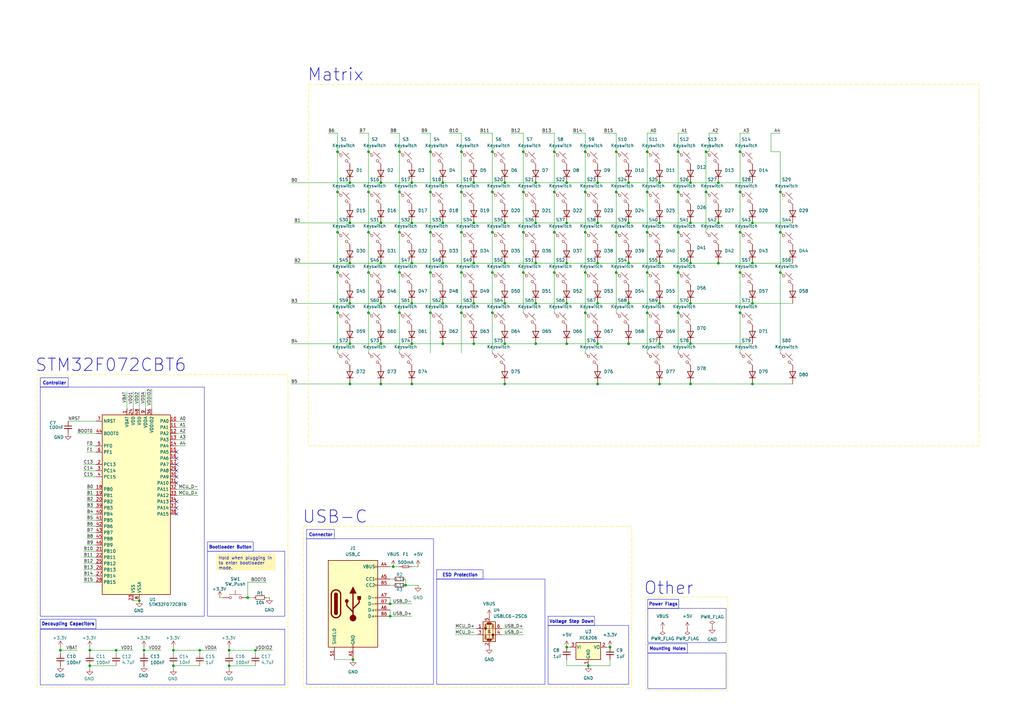
<source format=kicad_sch>
(kicad_sch (version 20231120) (generator "eeschema") (generator_version "8.0")
  (paper "A3")
  (title_block (rev "V1.0.0"))
  (junction (at 265.43 95.25))
  (junction (at 265.43 128.27))
  (junction (at 156.21 124.46))
  (junction (at 71.12 273.05))
  (junction (at 303.53 78.74))
  (junction (at 219.71 140.97))
  (junction (at 176.53 62.23))
  (junction (at 232.41 140.97))
  (junction (at 151.13 78.74))
  (junction (at 245.11 140.97))
  (junction (at 161.29 232.41))
  (junction (at 283.21 140.97))
  (junction (at 245.11 124.46))
  (junction (at 294.64 74.93))
  (junction (at 176.53 78.74))
  (junction (at 151.13 111.76))
  (junction (at 194.31 107.95))
  (junction (at 143.51 107.95))
  (junction (at 308.61 124.46))
  (junction (at 207.01 107.95))
  (junction (at 156.21 91.44))
  (junction (at 232.41 107.95))
  (junction (at 283.21 107.95))
  (junction (at 143.51 157.48))
  (junction (at 201.93 62.23))
  (junction (at 201.93 128.27))
  (junction (at 156.21 140.97))
  (junction (at 320.04 111.76))
  (junction (at 270.51 74.93))
  (junction (at 227.33 78.74))
  (junction (at 151.13 95.25))
  (junction (at 252.73 95.25))
  (junction (at 143.51 140.97))
  (junction (at 240.03 128.27))
  (junction (at 168.91 74.93))
  (junction (at 232.41 265.43))
  (junction (at 181.61 74.93))
  (junction (at 270.51 140.97))
  (junction (at 278.13 111.76))
  (junction (at 47.625 266.7))
  (junction (at 232.41 74.93))
  (junction (at 59.055 266.7))
  (junction (at 283.21 124.46))
  (junction (at 143.51 91.44))
  (junction (at 57.15 246.38))
  (junction (at 144.78 270.51))
  (junction (at 36.83 273.05))
  (junction (at 303.53 111.76))
  (junction (at 219.71 124.46))
  (junction (at 163.83 62.23))
  (junction (at 245.11 157.48))
  (junction (at 303.53 62.23))
  (junction (at 163.83 78.74))
  (junction (at 219.71 91.44))
  (junction (at 160.02 247.65))
  (junction (at 207.01 91.44))
  (junction (at 289.56 78.74))
  (junction (at 163.83 95.25))
  (junction (at 265.43 78.74))
  (junction (at 240.03 78.74))
  (junction (at 156.21 74.93))
  (junction (at 156.21 157.48))
  (junction (at 101.6 245.11))
  (junction (at 308.61 157.48))
  (junction (at 194.31 140.97))
  (junction (at 227.33 111.76))
  (junction (at 151.13 62.23))
  (junction (at 168.91 107.95))
  (junction (at 163.83 128.27))
  (junction (at 240.03 95.25))
  (junction (at 207.01 124.46))
  (junction (at 160.02 252.73))
  (junction (at 308.61 91.44))
  (junction (at 138.43 78.74))
  (junction (at 168.91 157.48))
  (junction (at 194.31 124.46))
  (junction (at 156.21 107.95))
  (junction (at 252.73 62.23))
  (junction (at 214.63 111.76))
  (junction (at 278.13 78.74))
  (junction (at 245.11 74.93))
  (junction (at 189.23 78.74))
  (junction (at 201.93 95.25))
  (junction (at 181.61 91.44))
  (junction (at 257.81 74.93))
  (junction (at 227.33 95.25))
  (junction (at 104.775 266.7))
  (junction (at 207.01 140.97))
  (junction (at 189.23 95.25))
  (junction (at 270.51 91.44))
  (junction (at 240.03 62.23))
  (junction (at 143.51 74.93))
  (junction (at 283.21 91.44))
  (junction (at 240.03 111.76))
  (junction (at 303.53 95.25))
  (junction (at 189.23 128.27))
  (junction (at 181.61 140.97))
  (junction (at 24.765 266.7))
  (junction (at 257.81 107.95))
  (junction (at 214.63 95.25))
  (junction (at 93.98 273.05))
  (junction (at 36.83 266.7))
  (junction (at 252.73 78.74))
  (junction (at 214.63 78.74))
  (junction (at 219.71 107.95))
  (junction (at 168.91 124.46))
  (junction (at 81.915 266.7))
  (junction (at 166.37 240.03))
  (junction (at 207.01 157.48))
  (junction (at 289.56 62.23))
  (junction (at 194.31 74.93))
  (junction (at 283.21 157.48))
  (junction (at 227.33 62.23))
  (junction (at 201.93 78.74))
  (junction (at 257.81 91.44))
  (junction (at 270.51 124.46))
  (junction (at 320.04 95.25))
  (junction (at 214.63 62.23))
  (junction (at 245.11 91.44))
  (junction (at 143.51 124.46))
  (junction (at 207.01 74.93))
  (junction (at 265.43 111.76))
  (junction (at 252.73 111.76))
  (junction (at 176.53 95.25))
  (junction (at 138.43 95.25))
  (junction (at 278.13 95.25))
  (junction (at 201.93 111.76))
  (junction (at 303.53 128.27))
  (junction (at 151.13 128.27))
  (junction (at 194.31 91.44))
  (junction (at 283.21 74.93))
  (junction (at 71.12 266.7))
  (junction (at 219.71 74.93))
  (junction (at 176.53 111.76))
  (junction (at 320.04 78.74))
  (junction (at 241.3 273.05))
  (junction (at 232.41 124.46))
  (junction (at 257.81 140.97))
  (junction (at 176.53 128.27))
  (junction (at 308.61 107.95))
  (junction (at 189.23 111.76))
  (junction (at 138.43 111.76))
  (junction (at 257.81 124.46))
  (junction (at 168.91 91.44))
  (junction (at 232.41 91.44))
  (junction (at 265.43 62.23))
  (junction (at 189.23 62.23))
  (junction (at 181.61 107.95))
  (junction (at 250.19 265.43))
  (junction (at 278.13 128.27))
  (junction (at 294.64 91.44))
  (junction (at 270.51 157.48))
  (junction (at 245.11 107.95))
  (junction (at 168.91 140.97))
  (junction (at 93.98 266.7))
  (junction (at 163.83 111.76))
  (junction (at 181.61 124.46))
  (junction (at 138.43 62.23))
  (junction (at 270.51 107.95))
  (junction (at 294.64 107.95))
  (junction (at 278.13 62.23))
  (junction (at 138.43 128.27))
  (no_connect (at 72.39 187.96))
  (no_connect (at 72.39 193.04))
  (no_connect (at 72.39 205.74))
  (no_connect (at 72.39 185.42))
  (no_connect (at 72.39 210.82))
  (no_connect (at 72.39 198.12))
  (no_connect (at 72.39 195.58))
  (no_connect (at 72.39 190.5))
  (no_connect (at 72.39 208.28))
  (wire (pts (xy 181.61 91.44) (xy 194.31 91.44)))
  (wire (pts (xy 168.91 107.95) (xy 181.61 107.95)))
  (wire (pts (xy 168.91 74.93) (xy 181.61 74.93)))
  (wire (pts (xy 181.61 140.97) (xy 194.31 140.97)))
  (wire (pts (xy 308.61 157.48) (xy 325.12 157.48)))
  (wire (pts (xy 245.11 74.93) (xy 257.81 74.93)))
  (wire (pts (xy 181.61 124.46) (xy 194.31 124.46)))
  (wire (pts (xy 222.25 54.61) (xy 227.33 54.61)))
  (wire (pts (xy 34.29 231.14) (xy 39.37 231.14)))
  (wire (pts (xy 34.29 238.76) (xy 39.37 238.76)))
  (wire (pts (xy 176.53 95.25) (xy 176.53 111.76)))
  (wire (pts (xy 71.12 266.7) (xy 71.12 267.97)))
  (wire (pts (xy 34.29 193.04) (xy 39.37 193.04)))
  (wire (pts (xy 160.02 250.19) (xy 160.02 252.73)))
  (wire (pts (xy 160.02 232.41) (xy 161.29 232.41)))
  (wire (pts (xy 52.07 160.655) (xy 52.07 167.64)))
  (wire (pts (xy 270.51 74.93) (xy 283.21 74.93)))
  (wire (pts (xy 138.43 78.74) (xy 138.43 95.25)))
  (wire (pts (xy 320.04 62.23) (xy 320.04 78.74)))
  (wire (pts (xy 27.94 172.72) (xy 39.37 172.72)))
  (wire (pts (xy 151.13 95.25) (xy 151.13 111.76)))
  (wire (pts (xy 278.13 62.23) (xy 278.13 78.74)))
  (wire (pts (xy 248.92 265.43) (xy 250.19 265.43)))
  (wire (pts (xy 294.64 107.95) (xy 308.61 107.95)))
  (wire (pts (xy 168.91 124.46) (xy 181.61 124.46)))
  (wire (pts (xy 24.765 266.7) (xy 24.765 267.97)))
  (wire (pts (xy 101.6 245.11) (xy 104.14 245.11)))
  (wire (pts (xy 163.83 62.23) (xy 163.83 78.74)))
  (wire (pts (xy 265.43 78.74) (xy 265.43 95.25)))
  (wire (pts (xy 303.53 111.76) (xy 303.53 128.27)))
  (wire (pts (xy 47.625 266.7) (xy 47.625 267.97)))
  (wire (pts (xy 143.51 107.95) (xy 156.21 107.95)))
  (wire (pts (xy 303.53 128.27) (xy 303.53 144.78)))
  (wire (pts (xy 81.28 200.66) (xy 72.39 200.66)))
  (wire (pts (xy 24.765 265.43) (xy 24.765 266.7)))
  (wire (pts (xy 143.51 91.44) (xy 156.21 91.44)))
  (wire (pts (xy 163.83 54.61) (xy 163.83 62.23)))
  (wire (pts (xy 172.72 54.61) (xy 176.53 54.61)))
  (wire (pts (xy 270.51 157.48) (xy 283.21 157.48)))
  (wire (pts (xy 252.73 54.61) (xy 252.73 62.23)))
  (wire (pts (xy 137.16 270.51) (xy 144.78 270.51)))
  (wire (pts (xy 166.37 237.49) (xy 166.37 240.03)))
  (wire (pts (xy 160.02 245.11) (xy 160.02 247.65)))
  (wire (pts (xy 168.91 232.41) (xy 171.45 232.41)))
  (wire (pts (xy 241.3 273.05) (xy 250.19 273.05)))
  (wire (pts (xy 35.56 218.44) (xy 39.37 218.44)))
  (wire (pts (xy 196.85 54.61) (xy 201.93 54.61)))
  (wire (pts (xy 232.41 107.95) (xy 245.11 107.95)))
  (wire (pts (xy 151.13 54.61) (xy 151.13 62.23)))
  (wire (pts (xy 201.93 111.76) (xy 201.93 128.27)))
  (wire (pts (xy 232.41 91.44) (xy 245.11 91.44)))
  (wire (pts (xy 35.56 213.36) (xy 39.37 213.36)))
  (wire (pts (xy 168.91 140.97) (xy 181.61 140.97)))
  (wire (pts (xy 151.13 128.27) (xy 151.13 144.78)))
  (wire (pts (xy 290.83 62.23) (xy 289.56 62.23)))
  (wire (pts (xy 303.53 62.23) (xy 303.53 78.74)))
  (wire (pts (xy 290.83 54.61) (xy 290.83 62.23)))
  (wire (pts (xy 93.98 273.05) (xy 104.775 273.05)))
  (wire (pts (xy 151.13 62.23) (xy 151.13 78.74)))
  (wire (pts (xy 151.13 111.76) (xy 151.13 128.27)))
  (wire (pts (xy 156.21 74.93) (xy 168.91 74.93)))
  (wire (pts (xy 270.51 107.95) (xy 283.21 107.95)))
  (wire (pts (xy 214.63 54.61) (xy 214.63 62.23)))
  (wire (pts (xy 320.04 95.25) (xy 320.04 111.76)))
  (wire (pts (xy 120.65 91.44) (xy 143.51 91.44)))
  (wire (pts (xy 36.83 273.05) (xy 47.625 273.05)))
  (wire (pts (xy 35.56 203.2) (xy 39.37 203.2)))
  (wire (pts (xy 232.41 124.46) (xy 245.11 124.46)))
  (wire (pts (xy 163.83 78.74) (xy 163.83 95.25)))
  (wire (pts (xy 138.43 111.76) (xy 138.43 128.27)))
  (wire (pts (xy 234.95 54.61) (xy 240.03 54.61)))
  (wire (pts (xy 303.53 54.61) (xy 303.53 62.23)))
  (wire (pts (xy 34.29 228.6) (xy 39.37 228.6)))
  (wire (pts (xy 214.63 78.74) (xy 214.63 95.25)))
  (wire (pts (xy 160.02 237.49) (xy 161.29 237.49)))
  (wire (pts (xy 240.03 111.76) (xy 240.03 128.27)))
  (wire (pts (xy 138.43 62.23) (xy 138.43 78.74)))
  (wire (pts (xy 76.2 180.34) (xy 72.39 180.34)))
  (wire (pts (xy 250.19 270.51) (xy 250.19 273.05)))
  (wire (pts (xy 156.21 157.48) (xy 168.91 157.48)))
  (wire (pts (xy 278.13 111.76) (xy 278.13 128.27)))
  (wire (pts (xy 232.41 265.43) (xy 233.68 265.43)))
  (wire (pts (xy 240.03 62.23) (xy 240.03 78.74)))
  (wire (pts (xy 257.81 74.93) (xy 270.51 74.93)))
  (wire (pts (xy 303.53 95.25) (xy 303.53 111.76)))
  (wire (pts (xy 308.61 107.95) (xy 325.12 107.95)))
  (wire (pts (xy 257.81 91.44) (xy 270.51 91.44)))
  (wire (pts (xy 176.53 62.23) (xy 176.53 78.74)))
  (wire (pts (xy 35.56 182.88) (xy 39.37 182.88)))
  (wire (pts (xy 316.23 62.23) (xy 320.04 62.23)))
  (wire (pts (xy 270.51 140.97) (xy 283.21 140.97)))
  (wire (pts (xy 76.2 172.72) (xy 72.39 172.72)))
  (wire (pts (xy 207.01 157.48) (xy 245.11 157.48)))
  (wire (pts (xy 294.64 74.93) (xy 308.61 74.93)))
  (wire (pts (xy 265.43 128.27) (xy 265.43 144.78)))
  (wire (pts (xy 194.31 91.44) (xy 207.01 91.44)))
  (wire (pts (xy 207.01 124.46) (xy 219.71 124.46)))
  (wire (pts (xy 308.61 91.44) (xy 325.12 91.44)))
  (wire (pts (xy 186.69 257.81) (xy 195.58 257.81)))
  (wire (pts (xy 320.04 54.61) (xy 316.23 54.61)))
  (wire (pts (xy 219.71 74.93) (xy 232.41 74.93)))
  (wire (pts (xy 120.65 107.95) (xy 143.51 107.95)))
  (wire (pts (xy 66.04 266.7) (xy 59.055 266.7)))
  (wire (pts (xy 303.53 78.74) (xy 303.53 95.25)))
  (wire (pts (xy 119.38 124.46) (xy 143.51 124.46)))
  (wire (pts (xy 189.23 62.23) (xy 189.23 78.74)))
  (wire (pts (xy 138.43 128.27) (xy 138.43 144.78)))
  (wire (pts (xy 109.22 245.11) (xy 110.49 245.11)))
  (wire (pts (xy 194.31 124.46) (xy 207.01 124.46)))
  (wire (pts (xy 161.29 232.41) (xy 163.83 232.41)))
  (wire (pts (xy 232.41 140.97) (xy 245.11 140.97)))
  (wire (pts (xy 104.775 266.7) (xy 111.76 266.7)))
  (wire (pts (xy 265.43 95.25) (xy 265.43 111.76)))
  (wire (pts (xy 252.73 62.23) (xy 252.73 78.74)))
  (wire (pts (xy 54.61 246.38) (xy 57.15 246.38)))
  (wire (pts (xy 214.63 62.23) (xy 214.63 78.74)))
  (wire (pts (xy 143.51 124.46) (xy 156.21 124.46)))
  (wire (pts (xy 207.01 107.95) (xy 219.71 107.95)))
  (wire (pts (xy 36.83 274.32) (xy 36.83 273.05)))
  (wire (pts (xy 207.01 140.97) (xy 219.71 140.97)))
  (wire (pts (xy 59.69 160.655) (xy 59.69 167.64)))
  (wire (pts (xy 62.23 159.385) (xy 62.23 167.64)))
  (wire (pts (xy 227.33 62.23) (xy 227.33 78.74)))
  (wire (pts (xy 283.21 157.48) (xy 308.61 157.48)))
  (wire (pts (xy 278.13 78.74) (xy 278.13 95.25)))
  (wire (pts (xy 270.51 124.46) (xy 283.21 124.46)))
  (wire (pts (xy 35.56 208.28) (xy 39.37 208.28)))
  (wire (pts (xy 168.91 157.48) (xy 207.01 157.48)))
  (wire (pts (xy 278.13 95.25) (xy 278.13 111.76)))
  (wire (pts (xy 34.29 226.06) (xy 39.37 226.06)))
  (wire (pts (xy 219.71 91.44) (xy 232.41 91.44)))
  (wire (pts (xy 163.83 128.27) (xy 163.83 144.78)))
  (wire (pts (xy 34.29 233.68) (xy 39.37 233.68)))
  (wire (pts (xy 281.94 54.61) (xy 278.13 54.61)))
  (wire (pts (xy 93.98 265.43) (xy 93.98 266.7)))
  (wire (pts (xy 294.64 54.61) (xy 290.83 54.61)))
  (wire (pts (xy 156.21 107.95) (xy 168.91 107.95)))
  (wire (pts (xy 294.64 91.44) (xy 308.61 91.44)))
  (wire (pts (xy 308.61 124.46) (xy 325.12 124.46)))
  (wire (pts (xy 189.23 78.74) (xy 189.23 95.25)))
  (wire (pts (xy 71.12 274.32) (xy 71.12 273.05)))
  (wire (pts (xy 214.63 260.35) (xy 205.74 260.35)))
  (wire (pts (xy 186.69 260.35) (xy 195.58 260.35)))
  (wire (pts (xy 201.93 54.61) (xy 201.93 62.23)))
  (wire (pts (xy 35.56 205.74) (xy 39.37 205.74)))
  (wire (pts (xy 176.53 78.74) (xy 176.53 95.25)))
  (wire (pts (xy 76.2 175.26) (xy 72.39 175.26)))
  (wire (pts (xy 176.53 54.61) (xy 176.53 62.23)))
  (wire (pts (xy 269.24 54.61) (xy 265.43 54.61)))
  (wire (pts (xy 34.29 236.22) (xy 39.37 236.22)))
  (wire (pts (xy 156.21 140.97) (xy 168.91 140.97)))
  (wire (pts (xy 138.43 54.61) (xy 138.43 62.23)))
  (wire (pts (xy 283.21 91.44) (xy 294.64 91.44)))
  (wire (pts (xy 36.83 265.43) (xy 36.83 266.7)))
  (wire (pts (xy 240.03 54.61) (xy 240.03 62.23)))
  (wire (pts (xy 57.15 160.655) (xy 57.15 167.64)))
  (wire (pts (xy 93.98 266.7) (xy 93.98 267.97)))
  (wire (pts (xy 176.53 128.27) (xy 176.53 144.78)))
  (wire (pts (xy 252.73 78.74) (xy 252.73 95.25)))
  (wire (pts (xy 214.63 257.81) (xy 205.74 257.81)))
  (wire (pts (xy 245.11 124.46) (xy 257.81 124.46)))
  (wire (pts (xy 201.93 128.27) (xy 201.93 144.78)))
  (wire (pts (xy 232.41 273.05) (xy 241.3 273.05)))
  (wire (pts (xy 240.03 128.27) (xy 240.03 144.78)))
  (wire (pts (xy 245.11 107.95) (xy 257.81 107.95)))
  (wire (pts (xy 101.6 238.76) (xy 101.6 245.11)))
  (wire (pts (xy 47.625 266.7) (xy 54.61 266.7)))
  (wire (pts (xy 168.91 247.65) (xy 160.02 247.65)))
  (wire (pts (xy 184.15 54.61) (xy 189.23 54.61)))
  (wire (pts (xy 168.91 252.73) (xy 160.02 252.73)))
  (wire (pts (xy 176.53 111.76) (xy 176.53 128.27)))
  (wire (pts (xy 316.23 54.61) (xy 316.23 62.23)))
  (wire (pts (xy 81.28 203.2) (xy 72.39 203.2)))
  (wire (pts (xy 257.81 140.97) (xy 270.51 140.97)))
  (wire (pts (xy 59.055 266.7) (xy 59.055 267.97)))
  (wire (pts (xy 278.13 128.27) (xy 278.13 144.78)))
  (wire (pts (xy 143.51 140.97) (xy 156.21 140.97)))
  (wire (pts (xy 219.71 107.95) (xy 232.41 107.95)))
  (wire (pts (xy 227.33 111.76) (xy 227.33 128.27)))
  (wire (pts (xy 76.2 182.88) (xy 72.39 182.88)))
  (wire (pts (xy 35.56 185.42) (xy 39.37 185.42)))
  (wire (pts (xy 265.43 62.23) (xy 265.43 78.74)))
  (wire (pts (xy 71.12 273.05) (xy 81.915 273.05)))
  (wire (pts (xy 232.41 270.51) (xy 232.41 273.05)))
  (wire (pts (xy 34.29 195.58) (xy 39.37 195.58)))
  (wire (pts (xy 189.23 111.76) (xy 189.23 128.27)))
  (wire (pts (xy 59.055 265.43) (xy 59.055 266.7)))
  (wire (pts (xy 219.71 124.46) (xy 232.41 124.46)))
  (wire (pts (xy 214.63 111.76) (xy 214.63 128.27)))
  (wire (pts (xy 214.63 95.25) (xy 214.63 111.76)))
  (wire (pts (xy 76.2 177.8) (xy 72.39 177.8)))
  (wire (pts (xy 194.31 107.95) (xy 207.01 107.95)))
  (wire (pts (xy 90.17 245.11) (xy 91.44 245.11)))
  (wire (pts (xy 93.98 274.32) (xy 93.98 273.05)))
  (wire (pts (xy 247.65 54.61) (xy 252.73 54.61)))
  (wire (pts (xy 147.32 54.61) (xy 151.13 54.61)))
  (wire (pts (xy 320.04 111.76) (xy 320.04 144.78)))
  (wire (pts (xy 232.41 74.93) (xy 245.11 74.93)))
  (wire (pts (xy 201.93 95.25) (xy 201.93 111.76)))
  (wire (pts (xy 257.81 107.95) (xy 270.51 107.95)))
  (wire (pts (xy 143.51 157.48) (xy 156.21 157.48)))
  (wire (pts (xy 71.12 265.43) (xy 71.12 266.7)))
  (wire (pts (xy 163.83 111.76) (xy 163.83 128.27)))
  (wire (pts (xy 156.21 91.44) (xy 168.91 91.44)))
  (wire (pts (xy 36.83 266.7) (xy 47.625 266.7)))
  (wire (pts (xy 160.02 54.61) (xy 163.83 54.61)))
  (wire (pts (xy 265.43 111.76) (xy 265.43 128.27)))
  (wire (pts (xy 252.73 111.76) (xy 252.73 128.27)))
  (wire (pts (xy 207.01 91.44) (xy 219.71 91.44)))
  (wire (pts (xy 109.22 238.76) (xy 101.6 238.76)))
  (wire (pts (xy 270.51 91.44) (xy 283.21 91.44)))
  (wire (pts (xy 209.55 54.61) (xy 214.63 54.61)))
  (wire (pts (xy 181.61 107.95) (xy 194.31 107.95)))
  (wire (pts (xy 134.62 54.61) (xy 138.43 54.61)))
  (wire (pts (xy 35.56 223.52) (xy 39.37 223.52)))
  (wire (pts (xy 227.33 78.74) (xy 227.33 95.25)))
  (wire (pts (xy 104.775 266.7) (xy 104.775 267.97)))
  (wire (pts (xy 189.23 95.25) (xy 189.23 111.76)))
  (wire (pts (xy 201.93 62.23) (xy 201.93 78.74)))
  (wire (pts (xy 119.38 157.48) (xy 143.51 157.48)))
  (wire (pts (xy 227.33 95.25) (xy 227.33 111.76)))
  (wire (pts (xy 81.915 266.7) (xy 81.915 267.97)))
  (wire (pts (xy 163.83 95.25) (xy 163.83 111.76)))
  (wire (pts (xy 138.43 95.25) (xy 138.43 111.76)))
  (wire (pts (xy 201.93 78.74) (xy 201.93 95.25)))
  (wire (pts (xy 289.56 62.23) (xy 289.56 78.74)))
  (wire (pts (xy 35.56 210.82) (xy 39.37 210.82)))
  (wire (pts (xy 245.11 91.44) (xy 257.81 91.44)))
  (wire (pts (xy 181.61 74.93) (xy 194.31 74.93)))
  (wire (pts (xy 36.83 266.7) (xy 36.83 267.97)))
  (wire (pts (xy 307.34 54.61) (xy 303.53 54.61)))
  (wire (pts (xy 283.21 107.95) (xy 294.64 107.95)))
  (wire (pts (xy 160.02 240.03) (xy 161.29 240.03)))
  (wire (pts (xy 31.75 266.7) (xy 24.765 266.7)))
  (wire (pts (xy 143.51 74.93) (xy 156.21 74.93)))
  (wire (pts (xy 283.21 140.97) (xy 308.61 140.97)))
  (wire (pts (xy 156.21 124.46) (xy 168.91 124.46)))
  (wire (pts (xy 119.38 140.97) (xy 143.51 140.97)))
  (wire (pts (xy 252.73 95.25) (xy 252.73 111.76)))
  (wire (pts (xy 194.31 140.97) (xy 207.01 140.97)))
  (wire (pts (xy 320.04 78.74) (xy 320.04 95.25)))
  (wire (pts (xy 54.61 160.655) (xy 54.61 167.64)))
  (wire (pts (xy 194.31 74.93) (xy 207.01 74.93)))
  (wire (pts (xy 240.03 95.25) (xy 240.03 111.76)))
  (wire (pts (xy 71.12 266.7) (xy 81.915 266.7)))
  (wire (pts (xy 81.915 266.7) (xy 88.9 266.7)))
  (wire (pts (xy 257.81 124.46) (xy 270.51 124.46)))
  (wire (pts (xy 265.43 54.61) (xy 265.43 62.23)))
  (wire (pts (xy 35.56 220.98) (xy 39.37 220.98)))
  (wire (pts (xy 31.75 177.8) (xy 39.37 177.8)))
  (wire (pts (xy 278.13 54.61) (xy 278.13 62.23)))
  (wire (pts (xy 189.23 128.27) (xy 189.23 144.78)))
  (wire (pts (xy 189.23 54.61) (xy 189.23 62.23)))
  (wire (pts (xy 168.91 91.44) (xy 181.61 91.44)))
  (wire (pts (xy 245.11 140.97) (xy 257.81 140.97)))
  (wire (pts (xy 119.38 74.93) (xy 143.51 74.93)))
  (wire (pts (xy 283.21 74.93) (xy 294.64 74.93)))
  (wire (pts (xy 219.71 140.97) (xy 232.41 140.97)))
  (wire (pts (xy 34.29 190.5) (xy 39.37 190.5)))
  (wire (pts (xy 283.21 124.46) (xy 308.61 124.46)))
  (wire (pts (xy 227.33 54.61) (xy 227.33 62.23)))
  (wire (pts (xy 245.11 157.48) (xy 270.51 157.48)))
  (wire (pts (xy 151.13 78.74) (xy 151.13 95.25)))
  (wire (pts (xy 207.01 74.93) (xy 219.71 74.93)))
  (wire (pts (xy 166.37 240.03) (xy 171.45 240.03)))
  (wire (pts (xy 35.56 200.66) (xy 39.37 200.66)))
  (wire (pts (xy 93.98 266.7) (xy 104.775 266.7)))
  (wire (pts (xy 240.03 78.74) (xy 240.03 95.25)))
  (wire (pts (xy 289.56 78.74) (xy 289.56 95.25)))
  (wire (pts (xy 35.56 215.9) (xy 39.37 215.9)))
  (rectangle (start 179.07 237.49) (end 223.52 280.67))
  (rectangle (start 16.51 258.064) (end 116.84 280.924))
  (rectangle (start 125.73 217.17) (end 137.16 220.98))
  (rectangle (start 265.684 264.033) (end 281.94 267.843))
  (rectangle (start 224.79 256.54) (end 257.81 280.67))
  (rectangle (start 15.24 153.67) (end 118.11 281.94) (stroke (width 0) (type dash) (color 255 229 36 1)))
  (rectangle (start 16.51 154.94) (end 27.94 158.75))
  (rectangle (start 265.684 245.745) (end 278.384 249.555))
  (rectangle (start 124.46 215.9) (end 259.08 281.94) (stroke (width 0) (type dash) (color 255 229 36 1)))
  (rectangle (start 85.09 222.25) (end 103.886 226.06))
  (rectangle (start 265.684 267.843) (end 297.815 282.448))
  (rectangle (start 264.922 244.856) (end 298.45 283.21) (stroke (width 0) (type dash) (color 255 229 36 1)))
  (rectangle (start 224.79 252.73) (end 243.84 256.54))
  (rectangle (start 85.09 226.06) (end 116.84 252.73))
  (rectangle (start 179.07 233.68) (end 198.12 237.49))
  (rectangle (start 126.492 34.544) (end 401.574 182.88) (stroke (width 0) (type dash) (color 255 229 36 1)))
  (rectangle (start 16.51 158.75) (end 83.82 252.73))
  (rectangle (start 125.73 220.98) (end 177.8 280.67))
  (rectangle (start 265.684 249.555) (end 297.815 263.525))
  (rectangle (start 16.51 254) (end 39.37 257.81))
  (text_box "Hold when plugging in to enter bootloader mode." (at 88.646 227.076 0) (size 24.384 6.858) (stroke (width -0.0001)) (fill (type color) (color 255 229 36 0.33)) (effects (font (size 1.27 1.27)) (justify left top)))
  (text "STM32F072CBT6" (at 45.466 149.86 0) (effects (font (size 5.08 5.08) (thickness 0.254) (bold yes))))
  (text "USB-C\n" (at 137.414 212.09 0) (effects (font (size 5.08 5.08) (thickness 0.254) (bold yes))))
  (text "Mounting Holes" (at 273.812 266.192 0) (effects (font (size 1.27 1.27) (thickness 0.254) (bold yes))))
  (text "Decoupling Capacitors" (at 27.94 256.032 0) (effects (font (size 1.27 1.27) (thickness 0.254) (bold yes))))
  (text "Controller\n" (at 22.352 157.226 0) (effects (font (size 1.27 1.27) (thickness 0.254) (bold yes))))
  (text "ESD Protection" (at 188.722 235.966 0) (effects (font (size 1.27 1.27) (thickness 0.254) (bold yes))))
  (text "Power Flags" (at 272.034 247.904 0) (effects (font (size 1.27 1.27) (thickness 0.254) (bold yes))))
  (text "Voltage Step Down" (at 234.442 255.016 0) (effects (font (size 1.27 1.27) (thickness 0.254) (bold yes))))
  (text "Other" (at 274.32 241.3 0) (effects (font (size 5.08 5.08) (thickness 0.254) (bold yes))))
  (text "Bootloader Button" (at 94.488 224.536 0) (effects (font (size 1.27 1.27) (thickness 0.254) (bold yes))))
  (text "Matrix" (at 137.668 30.734 0) (effects (font (size 5.08 5.08) (thickness 0.254) (bold yes))))
  (text "Connector\n" (at 131.572 219.456 0) (effects (font (size 1.27 1.27) (thickness 0.254) (bold yes))))
  (label "B3" (at 119.38 124.46 0))
  (label "B0" (at 35.56 200.66 0))
  (label "B6" (at 134.62 54.61 0))
  (label "B5" (at 119.38 157.48 0))
  (label "B6" (at 35.56 215.9 0))
  (label "B13" (at 222.25 54.61 0))
  (label "MCU_D-" (at 81.28 200.66 180))
  (label "A3" (at 76.2 180.34 180))
  (label "B7" (at 35.56 218.44 0))
  (label "VBAT" (at 31.75 266.7 180))
  (label "B5" (at 35.56 213.36 0))
  (label "B0" (at 119.38 74.93 0))
  (label "B1" (at 35.56 203.2 0))
  (label "B12" (at 209.55 54.61 0))
  (label "B9" (at 35.56 223.52 0))
  (label "VDDIO2" (at 62.23 159.385 270))
  (label "USB_D+" (at 168.91 252.73 180))
  (label "B2" (at 120.65 107.95 0))
  (label "A2" (at 294.64 54.61 180))
  (label "B11" (at 34.29 228.6 0))
  (label "B4" (at 35.56 210.82 0))
  (label "MCU_D+" (at 81.28 203.2 180))
  (label "B15" (at 247.65 54.61 0))
  (label "NRST" (at 27.94 172.72 0))
  (label "VDDIO2" (at 111.76 266.7 180))
  (label "B14" (at 234.95 54.61 0))
  (label "VDD2" (at 57.15 160.655 270))
  (label "A2" (at 76.2 177.8 180))
  (label "VDDA" (at 59.69 160.655 270))
  (label "B1" (at 120.65 91.44 0))
  (label "F0" (at 35.56 182.88 0))
  (label "B7" (at 147.32 54.61 0))
  (label "BOOT0" (at 109.22 238.76 180))
  (label "B10" (at 184.15 54.61 0))
  (label "B8" (at 160.02 54.61 0))
  (label "B15" (at 34.29 238.76 0))
  (label "A1" (at 281.94 54.61 180))
  (label "F1" (at 35.56 185.42 0))
  (label "B12" (at 34.29 231.14 0))
  (label "C13" (at 34.29 190.5 0))
  (label "B8" (at 35.56 220.98 0))
  (label "USB_D-" (at 168.91 247.65 180))
  (label "MCU_D-" (at 186.69 260.35 0))
  (label "BOOT0" (at 31.75 177.8 0))
  (label "B4" (at 119.38 140.97 0))
  (label "A1" (at 76.2 175.26 180))
  (label "B2" (at 35.56 205.74 0))
  (label "C15" (at 34.29 195.58 0))
  (label "B11" (at 196.85 54.61 0))
  (label "B13" (at 34.29 233.68 0))
  (label "VDD1" (at 54.61 160.655 270))
  (label "VDDA" (at 88.9 266.7 180))
  (label "B9" (at 172.72 54.61 0))
  (label "VDD2" (at 66.04 266.7 180))
  (label "A3" (at 307.34 54.61 180))
  (label "B3" (at 35.56 208.28 0))
  (label "B10" (at 34.29 226.06 0))
  (label "USB_D-" (at 214.63 260.35 180))
  (label "VBAT" (at 52.07 160.655 270))
  (label "A4" (at 320.04 54.61 180))
  (label "A0" (at 76.2 172.72 180))
  (label "A0" (at 269.24 54.61 180))
  (label "B14" (at 34.29 236.22 0))
  (label "MCU_D+" (at 186.69 257.81 0))
  (label "A4" (at 76.2 182.88 180))
  (label "USB_D+" (at 214.63 257.81 180))
  (label "VDD1" (at 54.61 266.7 180))
  (label "C14" (at 34.29 193.04 0))
  (symbol (lib_id "scottokeebs:Placeholder_Keyswitch") (at 166.37 130.81 0) (unit 1)
    (property "Reference" "S61" (at 166.37 123.19 0))
    (property "Value" "Keyswitch" (at 166.37 125.73 0))
    (property "Footprint" "ScottoKeebs_Hotswap:Hotswap_MX_1.00u" (effects (hide yes)))
    (property "Description" "Push button switch, normally open, two pins, 45° tilted" (effects (hide yes)))
  )
  (symbol (lib_id "scottokeebs:Placeholder_Diode") (at 283.21 71.12 90) (unit 1)
    (property "Reference" "D12" (at 285.75 68.5799 90) (effects (justify right)))
    (property "Value" "Diode" (effects (hide yes)))
    (property "Footprint" "ScottoKeebs_Components:Diode_SOD-123" (effects (hide yes)))
    (property "Description" "1N4148 (DO-35) or 1N4148W (SOD-123)" (effects (hide yes)))
    (property "Sim.Device" "D" (effects (hide yes)))
    (property "Sim.Pins" "1=K 2=A" (effects (hide yes)))
  )
  (symbol (lib_id "scottokeebs:Placeholder_Keyswitch") (at 267.97 97.79 0) (unit 1)
    (property "Reference" "S40" (at 267.97 90.17 0))
    (property "Value" "Keyswitch" (at 267.97 92.71 0))
    (property "Footprint" "ScottoKeebs_Hotswap:Hotswap_MX_1.00u" (effects (hide yes)))
    (property "Description" "Push button switch, normally open, two pins, 45° tilted" (effects (hide yes)))
  )
  (symbol (lib_id "scottokeebs:Placeholder_Keyswitch") (at 166.37 147.32 0) (unit 1)
    (property "Reference" "S74" (at 166.37 139.7 0))
    (property "Value" "Keyswitch" (at 166.37 142.24 0))
    (property "Footprint" "ScottoKeebs_Hotswap:Hotswap_MX_1.25u" (effects (hide yes)))
    (property "Description" "Push button switch, normally open, two pins, 45° tilted" (effects (hide yes)))
  )
  (symbol (lib_id "scottokeebs:Placeholder_Keyswitch") (at 191.77 130.81 0) (unit 1)
    (property "Reference" "S63" (at 191.77 123.19 0))
    (property "Value" "Keyswitch" (at 191.77 125.73 0))
    (property "Footprint" "ScottoKeebs_Hotswap:Hotswap_MX_1.00u" (effects (hide yes)))
    (property "Description" "Push button switch, normally open, two pins, 45° tilted" (effects (hide yes)))
  )
  (symbol (lib_id "scottokeebs:Placeholder_Keyswitch") (at 140.97 64.77 0) (unit 1)
    (property "Reference" "S1" (at 140.97 57.15 0))
    (property "Value" "Keyswitch" (at 140.97 59.69 0))
    (property "Footprint" "ScottoKeebs_Hotswap:Hotswap_MX_1.00u" (effects (hide yes)))
    (property "Description" "Push button switch, normally open, two pins, 45° tilted" (effects (hide yes)))
  )
  (symbol (lib_id "scottokeebs:Placeholder_Keyswitch") (at 242.57 114.3 0) (unit 1)
    (property "Reference" "S53" (at 242.57 106.68 0))
    (property "Value" "Keyswitch" (at 242.57 109.22 0))
    (property "Footprint" "ScottoKeebs_Hotswap:Hotswap_MX_1.00u" (effects (hide yes)))
    (property "Description" "Push button switch, normally open, two pins, 45° tilted" (effects (hide yes)))
  )
  (symbol (lib_id "scottokeebs:Placeholder_Diode") (at 257.81 120.65 90) (unit 1)
    (property "Reference" "D54" (at 260.35 119.3799 90) (effects (justify right)))
    (property "Value" "Diode" (effects (hide yes)))
    (property "Footprint" "ScottoKeebs_Components:Diode_SOD-123" (effects (hide yes)))
    (property "Description" "1N4148 (DO-35) or 1N4148W (SOD-123)" (effects (hide yes)))
    (property "Sim.Device" "D" (effects (hide yes)))
    (property "Sim.Pins" "1=K 2=A" (effects (hide yes)))
  )
  (symbol (lib_id "scottokeebs:Placeholder_Keyswitch") (at 255.27 81.28 0) (unit 1)
    (property "Reference" "S24" (at 255.27 73.66 0))
    (property "Value" "Keyswitch" (at 255.27 76.2 0))
    (property "Footprint" "ScottoKeebs_Hotswap:Hotswap_MX_1.00u" (effects (hide yes)))
    (property "Description" "Push button switch, normally open, two pins, 45° tilted" (effects (hide yes)))
  )
  (symbol (lib_id "scottokeebs:Placeholder_Diode") (at 194.31 87.63 90) (unit 1)
    (property "Reference" "D19" (at 196.85 86.3599 90) (effects (justify right)))
    (property "Value" "Diode" (effects (hide yes)))
    (property "Footprint" "ScottoKeebs_Components:Diode_SOD-123" (effects (hide yes)))
    (property "Description" "1N4148 (DO-35) or 1N4148W (SOD-123)" (effects (hide yes)))
    (property "Sim.Device" "D" (effects (hide yes)))
    (property "Sim.Pins" "1=K 2=A" (effects (hide yes)))
  )
  (symbol (lib_id "scottokeebs:Placeholder_Keyswitch") (at 204.47 130.81 0) (unit 1)
    (property "Reference" "S64" (at 204.47 123.19 0))
    (property "Value" "Keyswitch" (at 204.47 125.73 0))
    (property "Footprint" "ScottoKeebs_Hotswap:Hotswap_MX_1.00u" (effects (hide yes)))
    (property "Description" "Push button switch, normally open, two pins, 45° tilted" (effects (hide yes)))
  )
  (symbol (lib_id "scottokeebs:Placeholder_Keyswitch") (at 191.77 64.77 0) (unit 1)
    (property "Reference" "S5" (at 191.77 57.15 0))
    (property "Value" "Keyswitch" (at 191.77 59.69 0))
    (property "Footprint" "ScottoKeebs_Hotswap:Hotswap_MX_1.00u" (effects (hide yes)))
    (property "Description" "Push button switch, normally open, two pins, 45° tilted" (effects (hide yes)))
  )
  (symbol (lib_id "power:+3.3V") (at 93.98 265.43 0) (unit 1)
    (property "Reference" "#PWR024" (effects (hide yes)))
    (property "Value" "+3.3V" (at 93.726 261.62 0))
    (property "Description" "Power symbol creates a global label with name \"+3.3V\"" (effects (hide yes)))
  )
  (symbol (lib_id "scottokeebs:Placeholder_Keyswitch") (at 140.97 130.81 0) (unit 1)
    (property "Reference" "S59" (at 140.97 123.19 0))
    (property "Value" "Keyswitch" (at 140.97 125.73 0))
    (property "Footprint" "ScottoKeebs_Hotswap:Hotswap_MX_2.25u" (effects (hide yes)))
    (property "Description" "Push button switch, normally open, two pins, 45° tilted" (effects (hide yes)))
  )
  (symbol (lib_id "power:+3.3V") (at 90.17 245.11 0) (unit 1)
    (property "Reference" "#PWR06" (effects (hide yes)))
    (property "Value" "+3.3V" (at 89.916 241.554 0))
    (property "Description" "Power symbol creates a global label with name \"+3.3V\"" (effects (hide yes)))
  )
  (symbol (lib_id "scottokeebs:Placeholder_Diode") (at 168.91 87.63 90) (unit 1)
    (property "Reference" "D17" (at 171.45 86.3599 90) (effects (justify right)))
    (property "Value" "Diode" (effects (hide yes)))
    (property "Footprint" "ScottoKeebs_Components:Diode_SOD-123" (effects (hide yes)))
    (property "Description" "1N4148 (DO-35) or 1N4148W (SOD-123)" (effects (hide yes)))
    (property "Sim.Device" "D" (effects (hide yes)))
    (property "Sim.Pins" "1=K 2=A" (effects (hide yes)))
  )
  (symbol (lib_id "scottokeebs:Placeholder_Diode") (at 232.41 104.14 90) (unit 1)
    (property "Reference" "D37" (at 234.95 102.8699 90) (effects (justify right)))
    (property "Value" "Diode" (effects (hide yes)))
    (property "Footprint" "ScottoKeebs_Components:Diode_SOD-123" (effects (hide yes)))
    (property "Description" "1N4148 (DO-35) or 1N4148W (SOD-123)" (effects (hide yes)))
    (property "Sim.Device" "D" (effects (hide yes)))
    (property "Sim.Pins" "1=K 2=A" (effects (hide yes)))
  )
  (symbol (lib_id "MCU_ST_STM32F0:STM32F072CBTx") (at 54.61 208.28 0) (unit 1)
    (property "Reference" "U1" (at 61.214 245.872 0) (effects (justify left)))
    (property "Value" "STM32F072CBT6" (at 60.96 247.904 0) (effects (justify left)))
    (property "Footprint" "ScottoKeebs_Components:Package_LQFP-48_7x7mm_P0.5" (effects (hide yes)))
    (property "Datasheet" "https://www.st.com/resource/en/datasheet/stm32f072cb.pdf" (effects (hide yes)))
    (property "Description" "STMicroelectronics Arm Cortex-M0 MCU, 128KB flash, 16KB RAM, 48 MHz, 2.0-3.6V, 37 GPIO, LQFP48" (effects (hide yes)))
    (property "LCSC" "C81720" (effects (hide yes)))
    (property "JlcRotOffset" "-90" (effects (hide yes)))
  )
  (symbol (lib_id "scottokeebs:Placeholder_Diode") (at 156.21 153.67 90) (unit 1)
    (property "Reference" "D73" (at 158.75 152.3999 90) (effects (justify right)))
    (property "Value" "Diode" (effects (hide yes)))
    (property "Footprint" "ScottoKeebs_Components:Diode_SOD-123" (effects (hide yes)))
    (property "Description" "1N4148 (DO-35) or 1N4148W (SOD-123)" (effects (hide yes)))
    (property "Sim.Device" "D" (effects (hide yes)))
    (property "Sim.Pins" "1=K 2=A" (effects (hide yes)))
  )
  (symbol (lib_id "scottokeebs:Placeholder_Keyswitch") (at 153.67 130.81 0) (unit 1)
    (property "Reference" "S60" (at 153.67 123.19 0))
    (property "Value" "Keyswitch" (at 153.67 125.73 0))
    (property "Footprint" "ScottoKeebs_Hotswap:Hotswap_MX_1.00u" (effects (hide yes)))
    (property "Description" "Push button switch, normally open, two pins, 45° tilted" (effects (hide yes)))
  )
  (symbol (lib_id "Regulator_Linear:XC6206PxxxMR") (at 241.3 265.43 0) (unit 1)
    (property "Reference" "U3" (at 241.3 259.08 0))
    (property "Value" "XC6206" (at 241.3 261.62 0))
    (property "Footprint" "ScottoKeebs_Components:Voltage_SOT-23" (effects (hide yes)))
    (property "Datasheet" "https://www.torexsemi.com/file/xc6206/XC6206.pdf" (effects (hide yes)))
    (property "Description" "Positive 60-250mA Low Dropout Regulator, Fixed Output, SOT-23" (effects (hide yes)))
    (property "LCSC" "C5446" (effects (hide yes)))
    (property "JlcRotOffset" "180" (effects (hide yes)))
  )
  (symbol (lib_id "scottokeebs:Placeholder_Diode") (at 143.51 120.65 90) (unit 1)
    (property "Reference" "D45" (at 146.05 119.3799 90) (effects (justify right)))
    (property "Value" "Diode" (effects (hide yes)))
    (property "Footprint" "ScottoKeebs_Components:Diode_SOD-123" (effects (hide yes)))
    (property "Description" "1N4148 (DO-35) or 1N4148W (SOD-123)" (effects (hide yes)))
    (property "Sim.Device" "D" (effects (hide yes)))
    (property "Sim.Pins" "1=K 2=A" (effects (hide yes)))
  )
  (symbol (lib_id "scottokeebs:Placeholder_Diode") (at 181.61 120.65 90) (unit 1)
    (property "Reference" "D48" (at 184.15 119.3799 90) (effects (justify right)))
    (property "Value" "Diode" (effects (hide yes)))
    (property "Footprint" "ScottoKeebs_Components:Diode_SOD-123" (effects (hide yes)))
    (property "Description" "1N4148 (DO-35) or 1N4148W (SOD-123)" (effects (hide yes)))
    (property "Sim.Device" "D" (effects (hide yes)))
    (property "Sim.Pins" "1=K 2=A" (effects (hide yes)))
  )
  (symbol (lib_id "scottokeebs:Placeholder_Diode") (at 245.11 120.65 90) (unit 1)
    (property "Reference" "D53" (at 247.65 119.3799 90) (effects (justify right)))
    (property "Value" "Diode" (effects (hide yes)))
    (property "Footprint" "ScottoKeebs_Components:Diode_SOD-123" (effects (hide yes)))
    (property "Description" "1N4148 (DO-35) or 1N4148W (SOD-123)" (effects (hide yes)))
    (property "Sim.Device" "D" (effects (hide yes)))
    (property "Sim.Pins" "1=K 2=A" (effects (hide yes)))
  )
  (symbol (lib_id "scottokeebs:Placeholder_Keyswitch") (at 267.97 64.77 0) (unit 1)
    (property "Reference" "S11" (at 267.97 57.15 0))
    (property "Value" "Keyswitch" (at 267.97 59.69 0))
    (property "Footprint" "ScottoKeebs_Hotswap:Hotswap_MX_1.00u" (effects (hide yes)))
    (property "Description" "Push button switch, normally open, two pins, 45° tilted" (effects (hide yes)))
  )
  (symbol (lib_id "power:+5V") (at 171.45 232.41 0) (unit 1)
    (property "Reference" "#PWR010" (effects (hide yes)))
    (property "Value" "+5V" (at 171.45 227.33 0))
    (property "Description" "Power symbol creates a global label with name \"+5V\"" (effects (hide yes)))
  )
  (symbol (lib_id "scottokeebs:Placeholder_Diode") (at 194.31 120.65 90) (unit 1)
    (property "Reference" "D49" (at 196.85 119.3799 90) (effects (justify right)))
    (property "Value" "Diode" (effects (hide yes)))
    (property "Footprint" "ScottoKeebs_Components:Diode_SOD-123" (effects (hide yes)))
    (property "Description" "1N4148 (DO-35) or 1N4148W (SOD-123)" (effects (hide yes)))
    (property "Sim.Device" "D" (effects (hide yes)))
    (property "Sim.Pins" "1=K 2=A" (effects (hide yes)))
  )
  (symbol (lib_id "scottokeebs:Placeholder_Keyswitch") (at 217.17 64.77 0) (unit 1)
    (property "Reference" "S7" (at 217.17 57.15 0))
    (property "Value" "Keyswitch" (at 217.17 59.69 0))
    (property "Footprint" "ScottoKeebs_Hotswap:Hotswap_MX_1.00u" (effects (hide yes)))
    (property "Description" "Push button switch, normally open, two pins, 45° tilted" (effects (hide yes)))
  )
  (symbol (lib_id "power:GND") (at 57.15 246.38 0) (unit 1)
    (property "Reference" "#PWR02" (effects (hide yes)))
    (property "Value" "GND" (at 56.896 250.444 0))
    (property "Description" "Power symbol creates a global label with name \"GND\" , ground" (effects (hide yes)))
  )
  (symbol (lib_id "scottokeebs:Placeholder_Keyswitch") (at 153.67 147.32 0) (unit 1)
    (property "Reference" "S73" (at 153.67 139.7 0))
    (property "Value" "Keyswitch" (at 153.67 142.24 0))
    (property "Footprint" "ScottoKeebs_Hotswap:Hotswap_MX_1.25u" (effects (hide yes)))
    (property "Description" "Push button switch, normally open, two pins, 45° tilted" (effects (hide yes)))
  )
  (symbol (lib_id "scottokeebs:Placeholder_Keyswitch") (at 306.07 114.3 0) (unit 1)
    (property "Reference" "S57" (at 306.07 106.68 0))
    (property "Value" "Keyswitch" (at 306.07 109.22 0))
    (property "Footprint" "ScottoKeebs_Hotswap:Hotswap_MX_2.25u" (effects (hide yes)))
    (property "Description" "Push button switch, normally open, two pins, 45° tilted" (effects (hide yes)))
  )
  (symbol (lib_id "scottokeebs:Placeholder_Diode") (at 270.51 120.65 90) (unit 1)
    (property "Reference" "D55" (at 273.05 119.3799 90) (effects (justify right)))
    (property "Value" "Diode" (effects (hide yes)))
    (property "Footprint" "ScottoKeebs_Components:Diode_SOD-123" (effects (hide yes)))
    (property "Description" "1N4148 (DO-35) or 1N4148W (SOD-123)" (effects (hide yes)))
    (property "Sim.Device" "D" (effects (hide yes)))
    (property "Sim.Pins" "1=K 2=A" (effects (hide yes)))
  )
  (symbol (lib_id "scottokeebs:Placeholder_Keyswitch") (at 292.1 81.28 0) (unit 1)
    (property "Reference" "S27" (at 292.1 73.66 0))
    (property "Value" "Keyswitch" (at 292.1 76.2 0))
    (property "Footprint" "ScottoKeebs_Hotswap:Hotswap_MX_1.00u" (effects (hide yes)))
    (property "Description" "Push button switch, normally open, two pins, 45° tilted" (effects (hide yes)))
  )
  (symbol (lib_id "Device:R_Small") (at 106.68 245.11 270) (unit 1)
    (property "Reference" "R1" (at 106.68 243.332 90))
    (property "Value" "10k" (at 106.68 247.142 90))
    (property "Footprint" "Resistor_SMD:R_0402_1005Metric" (effects (hide yes)))
    (property "Description" "Resistor, small symbol" (effects (hide yes)))
    (property "LCSC" "C25744" (effects (hide yes)))
  )
  (symbol (lib_id "scottokeebs:Placeholder_Diode") (at 207.01 120.65 90) (unit 1)
    (property "Reference" "D50" (at 209.55 119.3799 90) (effects (justify right)))
    (property "Value" "Diode" (effects (hide yes)))
    (property "Footprint" "ScottoKeebs_Components:Diode_SOD-123" (effects (hide yes)))
    (property "Description" "1N4148 (DO-35) or 1N4148W (SOD-123)" (effects (hide yes)))
    (property "Sim.Device" "D" (effects (hide yes)))
    (property "Sim.Pins" "1=K 2=A" (effects (hide yes)))
  )
  (symbol (lib_id "scottokeebs:Placeholder_Keyswitch") (at 267.97 130.81 0) (unit 1)
    (property "Reference" "S69" (at 267.97 123.19 0))
    (property "Value" "Keyswitch" (at 267.97 125.73 0))
    (property "Footprint" "ScottoKeebs_Hotswap:Hotswap_MX_1.00u" (effects (hide yes)))
    (property "Description" "Push button switch, normally open, two pins, 45° tilted" (effects (hide yes)))
  )
  (symbol (lib_id "scottokeebs:Placeholder_Keyswitch") (at 153.67 64.77 0) (unit 1)
    (property "Reference" "S2" (at 153.67 57.15 0))
    (property "Value" "Keyswitch" (at 153.67 59.69 0))
    (property "Footprint" "ScottoKeebs_Hotswap:Hotswap_MX_1.00u" (effects (hide yes)))
    (property "Description" "Push button switch, normally open, two pins, 45° tilted" (effects (hide yes)))
  )
  (symbol (lib_id "scottokeebs:Placeholder_Diode") (at 232.41 87.63 90) (unit 1)
    (property "Reference" "D22" (at 234.95 86.3599 90) (effects (justify right)))
    (property "Value" "Diode" (effects (hide yes)))
    (property "Footprint" "ScottoKeebs_Components:Diode_SOD-123" (effects (hide yes)))
    (property "Description" "1N4148 (DO-35) or 1N4148W (SOD-123)" (effects (hide yes)))
    (property "Sim.Device" "D" (effects (hide yes)))
    (property "Sim.Pins" "1=K 2=A" (effects (hide yes)))
  )
  (symbol (lib_id "Device:C_Small") (at 36.83 270.51 180) (unit 1)
    (property "Reference" "C11" (at 39.37 269.2335 0) (effects (justify right)))
    (property "Value" "100nF" (at 39.37 271.7735 0) (effects (justify right)))
    (property "Footprint" "ScottoKeebs_Components:Capacitor_0402" (effects (hide yes)))
    (property "Description" "Unpolarized capacitor, small symbol" (effects (hide yes)))
    (property "LCSC" "C307331" (effects (hide yes)))
    (property "MPN" "CL05B104KB54PNC" (effects (hide yes)))
  )
  (symbol (lib_id "scottokeebs:Placeholder_Diode") (at 257.81 104.14 90) (unit 1)
    (property "Reference" "D39" (at 260.35 102.8699 90) (effects (justify right)))
    (property "Value" "Diode" (effects (hide yes)))
    (property "Footprint" "ScottoKeebs_Components:Diode_SOD-123" (effects (hide yes)))
    (property "Description" "1N4148 (DO-35) or 1N4148W (SOD-123)" (effects (hide yes)))
    (property "Sim.Device" "D" (effects (hide yes)))
    (property "Sim.Pins" "1=K 2=A" (effects (hide yes)))
  )
  (symbol (lib_id "scottokeebs:Placeholder_Keyswitch") (at 292.1 64.77 0) (unit 1)
    (property "Reference" "S13" (at 292.1 57.15 0))
    (property "Value" "Keyswitch" (at 292.1 59.69 0))
    (property "Footprint" "ScottoKeebs_Hotswap:Hotswap_MX_1.00u" (effects (hide yes)))
    (property "Description" "Push button switch, normally open, two pins, 45° tilted" (effects (hide yes)))
  )
  (symbol (lib_id "scottokeebs:Placeholder_Keyswitch") (at 322.58 147.32 0) (unit 1)
    (property "Reference" "S80" (at 322.58 139.7 0))
    (property "Value" "Keyswitch" (at 322.58 142.24 0))
    (property "Footprint" "ScottoKeebs_Hotswap:Hotswap_MX_1.00u" (effects (hide yes)))
    (property "Description" "Push button switch, normally open, two pins, 45° tilted" (effects (hide yes)))
  )
  (symbol (lib_id "scottokeebs:Placeholder_Keyswitch") (at 204.47 97.79 0) (unit 1)
    (property "Reference" "S35" (at 204.47 90.17 0))
    (property "Value" "Keyswitch" (at 204.47 92.71 0))
    (property "Footprint" "ScottoKeebs_Hotswap:Hotswap_MX_1.00u" (effects (hide yes)))
    (property "Description" "Push button switch, normally open, two pins, 45° tilted" (effects (hide yes)))
  )
  (symbol (lib_id "scottokeebs:Placeholder_Diode") (at 257.81 71.12 90) (unit 1)
    (property "Reference" "D10" (at 260.35 69.8499 90) (effects (justify right)))
    (property "Value" "Diode" (effects (hide yes)))
    (property "Footprint" "ScottoKeebs_Components:Diode_SOD-123" (effects (hide yes)))
    (property "Description" "1N4148 (DO-35) or 1N4148W (SOD-123)" (effects (hide yes)))
    (property "Sim.Device" "D" (effects (hide yes)))
    (property "Sim.Pins" "1=K 2=A" (effects (hide yes)))
  )
  (symbol (lib_id "power:+3.3V") (at 24.765 265.43 0) (unit 1)
    (property "Reference" "#PWR020" (effects (hide yes)))
    (property "Value" "+3.3V" (at 24.511 261.62 0))
    (property "Description" "Power symbol creates a global label with name \"+3.3V\"" (effects (hide yes)))
  )
  (symbol (lib_id "scottokeebs:Placeholder_Keyswitch") (at 140.97 97.79 0) (unit 1)
    (property "Reference" "S30" (at 140.97 90.17 0))
    (property "Value" "Keyswitch" (at 140.97 92.71 0))
    (property "Footprint" "ScottoKeebs_Hotswap:Hotswap_MX_1.50u" (effects (hide yes)))
    (property "Description" "Push button switch, normally open, two pins, 45° tilted" (effects (hide yes)))
  )
  (symbol (lib_id "scottokeebs:Placeholder_Keyswitch") (at 255.27 114.3 0) (unit 1)
    (property "Reference" "S54" (at 255.27 106.68 0))
    (property "Value" "Keyswitch" (at 255.27 109.22 0))
    (property "Footprint" "ScottoKeebs_Hotswap:Hotswap_MX_1.00u" (effects (hide yes)))
    (property "Description" "Push button switch, normally open, two pins, 45° tilted" (effects (hide yes)))
  )
  (symbol (lib_id "scottokeebs:Placeholder_Diode") (at 308.61 104.14 90) (unit 1)
    (property "Reference" "D43" (at 311.15 102.8699 90) (effects (justify right)))
    (property "Value" "Diode" (effects (hide yes)))
    (property "Footprint" "ScottoKeebs_Components:Diode_SOD-123" (effects (hide yes)))
    (property "Description" "1N4148 (DO-35) or 1N4148W (SOD-123)" (effects (hide yes)))
    (property "Sim.Device" "D" (effects (hide yes)))
    (property "Sim.Pins" "1=K 2=A" (effects (hide yes)))
  )
  (symbol (lib_id "power:+5V") (at 232.41 265.43 0) (unit 1)
    (property "Reference" "#PWR016" (effects (hide yes)))
    (property "Value" "+5V" (at 232.41 260.35 0))
    (property "Description" "Power symbol creates a global label with name \"+5V\"" (effects (hide yes)))
  )
  (symbol (lib_id "power:GND") (at 71.12 274.32 0) (unit 1)
    (property "Reference" "#PWR028" (effects (hide yes)))
    (property "Value" "GND" (at 70.866 278.384 0))
    (property "Description" "Power symbol creates a global label with name \"GND\" , ground" (effects (hide yes)))
  )
  (symbol (lib_id "Power_Protection:USBLC6-2SC6") (at 200.66 257.81 0) (unit 1)
    (property "Reference" "U4" (at 202.3111 250.19 0) (effects (justify left)))
    (property "Value" "USBLC6-2SC6" (at 202.3111 252.73 0) (effects (justify left)))
    (property "Footprint" "ScottoKeebs_Components:ESD_SOT-23-6" (effects (hide yes)))
    (property "Datasheet" "https://www.st.com/resource/en/datasheet/usblc6-2.pdf" (effects (hide yes)))
    (property "Description" "Very low capacitance ESD protection diode, 2 data-line, SOT-23-6" (effects (hide yes)))
    (property "LCSC" "C2827654" (effects (hide yes)))
    (property "JlcRotOffset" "-90" (effects (hide yes)))
  )
  (symbol (lib_id "power:+5V") (at 281.94 257.81 0) (unit 1)
    (property "Reference" "#PWR019" (effects (hide yes)))
    (property "Value" "+5V" (at 281.94 252.73 0))
    (property "Description" "Power symbol creates a global label with name \"+5V\"" (effects (hide yes)))
  )
  (symbol (lib_id "scottokeebs:Placeholder_Diode") (at 194.31 104.14 90) (unit 1)
    (property "Reference" "D34" (at 196.85 102.8699 90) (effects (justify right)))
    (property "Value" "Diode" (effects (hide yes)))
    (property "Footprint" "ScottoKeebs_Components:Diode_SOD-123" (effects (hide yes)))
    (property "Description" "1N4148 (DO-35) or 1N4148W (SOD-123)" (effects (hide yes)))
    (property "Sim.Device" "D" (effects (hide yes)))
    (property "Sim.Pins" "1=K 2=A" (effects (hide yes)))
  )
  (symbol (lib_id "power:+3.3V") (at 36.83 265.43 0) (unit 1)
    (property "Reference" "#PWR021" (effects (hide yes)))
    (property "Value" "+3.3V" (at 36.576 261.62 0))
    (property "Description" "Power symbol creates a global label with name \"+3.3V\"" (effects (hide yes)))
  )
  (symbol (lib_id "scottokeebs:Placeholder_Keyswitch") (at 140.97 81.28 0) (unit 1)
    (property "Reference" "S15" (at 140.97 73.66 0))
    (property "Value" "Keyswitch" (at 140.97 76.2 0))
    (property "Footprint" "ScottoKeebs_Hotswap:Hotswap_MX_1.00u" (effects (hide yes)))
    (property "Description" "Push button switch, normally open, two pins, 45° tilted" (effects (hide yes)))
  )
  (symbol (lib_id "scottokeebs:Placeholder_Keyswitch") (at 229.87 64.77 0) (unit 1)
    (property "Reference" "S8" (at 229.87 57.15 0))
    (property "Value" "Keyswitch" (at 229.87 59.69 0))
    (property "Footprint" "ScottoKeebs_Hotswap:Hotswap_MX_1.00u" (effects (hide yes)))
    (property "Description" "Push button switch, normally open, two pins, 45° tilted" (effects (hide yes)))
  )
  (symbol (lib_id "scottokeebs:Placeholder_Keyswitch") (at 280.67 147.32 0) (unit 1)
    (property "Reference" "S78" (at 280.67 139.7 0))
    (property "Value" "Keyswitch" (at 280.67 142.24 0))
    (property "Footprint" "ScottoKeebs_Hotswap:Hotswap_MX_1.00u" (effects (hide yes)))
    (property "Description" "Push button switch, normally open, two pins, 45° tilted" (effects (hide yes)))
  )
  (symbol (lib_id "scottokeebs:Placeholder_Keyswitch") (at 179.07 64.77 0) (unit 1)
    (property "Reference" "S4" (at 179.07 57.15 0))
    (property "Value" "Keyswitch" (at 179.07 59.69 0))
    (property "Footprint" "ScottoKeebs_Hotswap:Hotswap_MX_1.00u" (effects (hide yes)))
    (property "Description" "Push button switch, normally open, two pins, 45° tilted" (effects (hide yes)))
  )
  (symbol (lib_id "scottokeebs:Placeholder_Diode") (at 245.11 104.14 90) (unit 1)
    (property "Reference" "D38" (at 247.65 102.8699 90) (effects (justify right)))
    (property "Value" "Diode" (effects (hide yes)))
    (property "Footprint" "ScottoKeebs_Components:Diode_SOD-123" (effects (hide yes)))
    (property "Description" "1N4148 (DO-35) or 1N4148W (SOD-123)" (effects (hide yes)))
    (property "Sim.Device" "D" (effects (hide yes)))
    (property "Sim.Pins" "1=K 2=A" (effects (hide yes)))
  )
  (symbol (lib_id "scottokeebs:Placeholder_Keyswitch") (at 204.47 64.77 0) (unit 1)
    (property "Reference" "S6" (at 204.47 57.15 0))
    (property "Value" "Keyswitch" (at 204.47 59.69 0))
    (property "Footprint" "ScottoKeebs_Hotswap:Hotswap_MX_1.00u" (effects (hide yes)))
    (property "Description" "Push button switch, normally open, two pins, 45° tilted" (effects (hide yes)))
  )
  (symbol (lib_id "scottokeebs:Placeholder_Diode") (at 219.71 104.14 90) (unit 1)
    (property "Reference" "D36" (at 222.25 102.8699 90) (effects (justify right)))
    (property "Value" "Diode" (effects (hide yes)))
    (property "Footprint" "ScottoKeebs_Components:Diode_SOD-123" (effects (hide yes)))
    (property "Description" "1N4148 (DO-35) or 1N4148W (SOD-123)" (effects (hide yes)))
    (property "Sim.Device" "D" (effects (hide yes)))
    (property "Sim.Pins" "1=K 2=A" (effects (hide yes)))
  )
  (symbol (lib_id "Device:C_Small") (at 232.41 267.97 0) (unit 1)
    (property "Reference" "C8" (at 226.822 266.7 0) (effects (justify left)))
    (property "Value" "1uF" (at 226.822 269.24 0) (effects (justify left)))
    (property "Footprint" "ScottoKeebs_Components:Capacitor_0402" (effects (hide yes)))
    (property "Description" "Unpolarized capacitor, small symbol" (effects (hide yes)))
    (property "LCSC" "C52923" (effects (hide yes)))
  )
  (symbol (lib_id "scottokeebs:Placeholder_Diode") (at 245.11 87.63 90) (unit 1)
    (property "Reference" "D23" (at 247.65 86.3599 90) (effects (justify right)))
    (property "Value" "Diode" (effects (hide yes)))
    (property "Footprint" "ScottoKeebs_Components:Diode_SOD-123" (effects (hide yes)))
    (property "Description" "1N4148 (DO-35) or 1N4148W (SOD-123)" (effects (hide yes)))
    (property "Sim.Device" "D" (effects (hide yes)))
    (property "Sim.Pins" "1=K 2=A" (effects (hide yes)))
  )
  (symbol (lib_id "power:GND") (at 144.78 270.51 0) (unit 1)
    (property "Reference" "#PWR08" (effects (hide yes)))
    (property "Value" "GND" (at 144.78 275.59 0))
    (property "Description" "Power symbol creates a global label with name \"GND\" , ground" (effects (hide yes)))
  )
  (symbol (lib_id "power:PWR_FLAG") (at 292.1 257.175 0) (unit 1)
    (property "Reference" "#FLG01" (effects (hide yes)))
    (property "Value" "PWR_FLAG" (at 292.1 253.0419 0))
    (property "Description" "Special symbol for telling ERC where power comes from" (effects (hide yes)))
  )
  (symbol (lib_id "Device:C_Small") (at 104.775 270.51 180) (unit 1)
    (property "Reference" "C17" (at 107.0991 269.2914 0) (effects (justify right)))
    (property "Value" "4.7uF" (at 107.0991 271.7157 0) (effects (justify right)))
    (property "Footprint" "ScottoKeebs_Components:Capacitor_0402" (effects (hide yes)))
    (property "Description" "Unpolarized capacitor, small symbol" (effects (hide yes)))
    (property "LCSC" "C23733" (effects (hide yes)))
    (property "MPN" "CL05A475MP5NRNC" (effects (hide yes)))
  )
  (symbol (lib_id "scottokeebs:Placeholder_Keyswitch") (at 153.67 97.79 0) (unit 1)
    (property "Reference" "S31" (at 153.67 90.17 0))
    (property "Value" "Keyswitch" (at 153.67 92.71 0))
    (property "Footprint" "ScottoKeebs_Hotswap:Hotswap_MX_1.00u" (effects (hide yes)))
    (property "Description" "Push button switch, normally open, two pins, 45° tilted" (effects (hide yes)))
  )
  (symbol (lib_id "scottokeebs:Placeholder_Keyswitch") (at 204.47 81.28 0) (unit 1)
    (property "Reference" "S20" (at 204.47 73.66 0))
    (property "Value" "Keyswitch" (at 204.47 76.2 0))
    (property "Footprint" "ScottoKeebs_Hotswap:Hotswap_MX_1.00u" (effects (hide yes)))
    (property "Description" "Push button switch, normally open, two pins, 45° tilted" (effects (hide yes)))
  )
  (symbol (lib_id "scottokeebs:Placeholder_Diode") (at 143.51 104.14 90) (unit 1)
    (property "Reference" "D30" (at 146.05 102.8699 90) (effects (justify right)))
    (property "Value" "Diode" (effects (hide yes)))
    (property "Footprint" "ScottoKeebs_Components:Diode_SOD-123" (effects (hide yes)))
    (property "Description" "1N4148 (DO-35) or 1N4148W (SOD-123)" (effects (hide yes)))
    (property "Sim.Device" "D" (effects (hide yes)))
    (property "Sim.Pins" "1=K 2=A" (effects (hide yes)))
  )
  (symbol (lib_id "power:GND") (at 110.49 245.11 0) (unit 1)
    (property "Reference" "#PWR07" (effects (hide yes)))
    (property "Value" "GND" (at 110.49 250.19 0))
    (property "Description" "Power symbol creates a global label with name \"GND\" , ground" (effects (hide yes)))
  )
  (symbol (lib_id "power:GND") (at 59.055 273.05 0) (unit 1)
    (property "Reference" "#PWR026" (effects (hide yes)))
    (property "Value" "GND" (at 58.801 277.114 0))
    (property "Description" "Power symbol creates a global label with name \"GND\" , ground" (effects (hide yes)))
  )
  (symbol (lib_id "scottokeebs:Placeholder_Diode") (at 219.71 120.65 90) (unit 1)
    (property "Reference" "D51" (at 222.25 119.3799 90) (effects (justify right)))
    (property "Value" "Diode" (effects (hide yes)))
    (property "Footprint" "ScottoKeebs_Components:Diode_SOD-123" (effects (hide yes)))
    (property "Description" "1N4148 (DO-35) or 1N4148W (SOD-123)" (effects (hide yes)))
    (property "Sim.Device" "D" (effects (hide yes)))
    (property "Sim.Pins" "1=K 2=A" (effects (hide yes)))
  )
  (symbol (lib_id "scottokeebs:Placeholder_Keyswitch") (at 267.97 81.28 0) (unit 1)
    (property "Reference" "S25" (at 267.97 73.66 0))
    (property "Value" "Keyswitch" (at 267.97 76.2 0))
    (property "Footprint" "ScottoKeebs_Hotswap:Hotswap_MX_1.00u" (effects (hide yes)))
    (property "Description" "Push button switch, normally open, two pins, 45° tilted" (effects (hide yes)))
  )
  (symbol (lib_id "scottokeebs:Placeholder_Keyswitch") (at 242.57 147.32 0) (unit 1)
    (property "Reference" "S76" (at 242.57 139.7 0))
    (property "Value" "Keyswitch" (at 242.57 142.24 0))
    (property "Footprint" "ScottoKeebs_Hotswap:Hotswap_MX_1.50u" (effects (hide yes)))
    (property "Description" "Push button switch, normally open, two pins, 45° tilted" (effects (hide yes)))
  )
  (symbol (lib_id "scottokeebs:Placeholder_Keyswitch") (at 280.67 130.81 0) (unit 1)
    (property "Reference" "S70" (at 280.67 123.19 0))
    (property "Value" "Keyswitch" (at 280.67 125.73 0))
    (property "Footprint" "ScottoKeebs_Hotswap:Hotswap_MX_1.75u" (effects (hide yes)))
    (property "Description" "Push button switch, normally open, two pins, 45° tilted" (effects (hide yes)))
  )
  (symbol (lib_id "scottokeebs:Placeholder_Diode") (at 257.81 137.16 90) (unit 1)
    (property "Reference" "D68" (at 260.35 135.8899 90) (effects (justify right)))
    (property "Value" "Diode" (effects (hide yes)))
    (property "Footprint" "ScottoKeebs_Components:Diode_SOD-123" (effects (hide yes)))
    (property "Description" "1N4148 (DO-35) or 1N4148W (SOD-123)" (effects (hide yes)))
    (property "Sim.Device" "D" (effects (hide yes)))
    (property "Sim.Pins" "1=K 2=A" (effects (hide yes)))
  )
  (symbol (lib_id "scottokeebs:Placeholder_Keyswitch") (at 191.77 114.3 0) (unit 1)
    (property "Reference" "S49" (at 191.77 106.68 0))
    (property "Value" "Keyswitch" (at 191.77 109.22 0))
    (property "Footprint" "ScottoKeebs_Hotswap:Hotswap_MX_1.00u" (effects (hide yes)))
    (property "Description" "Push button switch, normally open, two pins, 45° tilted" (effects (hide yes)))
  )
  (symbol (lib_id "scottokeebs:Placeholder_Keyswitch") (at 204.47 114.3 0) (unit 1)
    (property "Reference" "S50" (at 204.47 106.68 0))
    (property "Value" "Keyswitch" (at 204.47 109.22 0))
    (property "Footprint" "ScottoKeebs_Hotswap:Hotswap_MX_1.00u" (effects (hide yes)))
    (property "Description" "Push button switch, normally open, two pins, 45° tilted" (effects (hide yes)))
  )
  (symbol (lib_id "power:GND") (at 36.83 274.32 0) (unit 1)
    (property "Reference" "#PWR027" (effects (hide yes)))
    (property "Value" "GND" (at 36.576 278.384 0))
    (property "Description" "Power symbol creates a global label with name \"GND\" , ground" (effects (hide yes)))
  )
  (symbol (lib_id "scottokeebs:Placeholder_Diode") (at 245.11 153.67 90) (unit 1)
    (property "Reference" "D76" (at 247.65 152.3999 90) (effects (justify right)))
    (property "Value" "Diode" (effects (hide yes)))
    (property "Footprint" "ScottoKeebs_Components:Diode_SOD-123" (effects (hide yes)))
    (property "Description" "1N4148 (DO-35) or 1N4148W (SOD-123)" (effects (hide yes)))
    (property "Sim.Device" "D" (effects (hide yes)))
    (property "Sim.Pins" "1=K 2=A" (effects (hide yes)))
  )
  (symbol (lib_id "scottokeebs:Placeholder_Keyswitch") (at 217.17 114.3 0) (unit 1)
    (property "Reference" "S51" (at 217.17 106.68 0))
    (property "Value" "Keyswitch" (at 217.17 109.22 0))
    (property "Footprint" "ScottoKeebs_Hotswap:Hotswap_MX_1.00u" (effects (hide yes)))
    (property "Description" "Push button switch, normally open, two pins, 45° tilted" (effects (hide yes)))
  )
  (symbol (lib_id "scottokeebs:Placeholder_Diode") (at 156.21 104.14 90) (unit 1)
    (property "Reference" "D31" (at 158.75 102.8699 90) (effects (justify right)))
    (property "Value" "Diode" (effects (hide yes)))
    (property "Footprint" "ScottoKeebs_Components:Diode_SOD-123" (effects (hide yes)))
    (property "Description" "1N4148 (DO-35) or 1N4148W (SOD-123)" (effects (hide yes)))
    (property "Sim.Device" "D" (effects (hide yes)))
    (property "Sim.Pins" "1=K 2=A" (effects (hide yes)))
  )
  (symbol (lib_id "scottokeebs:Placeholder_Keyswitch") (at 306.07 130.81 0) (unit 1)
    (property "Reference" "S71" (at 306.07 123.19 0))
    (property "Value" "Keyswitch" (at 306.07 125.73 0))
    (property "Footprint" "ScottoKeebs_Hotswap:Hotswap_MX_1.00u" (effects (hide yes)))
    (property "Description" "Push button switch, normally open, two pins, 45° tilted" (effects (hide yes)))
  )
  (symbol (lib_id "scottokeebs:Placeholder_Diode") (at 325.12 104.14 90) (unit 1)
    (property "Reference" "D44" (at 327.66 102.8699 90) (effects (justify right)))
    (property "Value" "Diode" (effects (hide yes)))
    (property "Footprint" "ScottoKeebs_Components:Diode_SOD-123" (effects (hide yes)))
    (property "Description" "1N4148 (DO-35) or 1N4148W (SOD-123)" (effects (hide yes)))
    (property "Sim.Device" "D" (effects (hide yes)))
    (property "Sim.Pins" "1=K 2=A" (effects (hide yes)))
  )
  (symbol (lib_id "power:GND") (at 241.3 273.05 0) (unit 1)
    (property "Reference" "#PWR015" (effects (hide yes)))
    (property "Value" "GND" (at 241.3 278.13 0))
    (property "Description" "Power symbol creates a global label with name \"GND\" , ground" (effects (hide yes)))
  )
  (symbol (lib_id "scottokeebs:Placeholder_Keyswitch") (at 322.58 97.79 0) (unit 1)
    (property "Reference" "S44" (at 322.58 90.17 0))
    (property "Value" "Keyswitch" (at 322.58 92.71 0))
    (property "Footprint" "ScottoKeebs_Hotswap:Hotswap_MX_1.00u" (effects (hide yes)))
    (property "Description" "Push button switch, normally open, two pins, 45° tilted" (effects (hide yes)))
  )
  (symbol (lib_id "Device:C_Small") (at 47.625 270.51 180) (unit 1)
    (property "Reference" "C12" (at 49.9491 269.2914 0) (effects (justify right)))
    (property "Value" "4.7uF" (at 49.9491 271.7157 0) (effects (justify right)))
    (property "Footprint" "ScottoKeebs_Components:Capacitor_0402" (effects (hide yes)))
    (property "Description" "Unpolarized capacitor, small symbol" (effects (hide yes)))
    (property "LCSC" "C23733" (effects (hide yes)))
    (property "MPN" "CL05A475MP5NRNC" (effects (hide yes)))
  )
  (symbol (lib_id "scottokeebs:Placeholder_Keyswitch") (at 229.87 130.81 0) (unit 1)
    (property "Reference" "S66" (at 229.87 123.19 0))
    (property "Value" "Keyswitch" (at 229.87 125.73 0))
    (property "Footprint" "ScottoKeebs_Hotswap:Hotswap_MX_1.00u" (effects (hide yes)))
    (property "Description" "Push button switch, normally open, two pins, 45° tilted" (effects (hide yes)))
  )
  (symbol (lib_id "scottokeebs:Placeholder_Diode") (at 325.12 153.67 90) (unit 1)
    (property "Reference" "D80" (at 327.66 153.6699 90) (effects (justify right)))
    (property "Value" "Diode" (effects (hide yes)))
    (property "Footprint" "ScottoKeebs_Components:Diode_SOD-123" (effects (hide yes)))
    (property "Description" "1N4148 (DO-35) or 1N4148W (SOD-123)" (effects (hide yes)))
    (property "Sim.Device" "D" (effects (hide yes)))
    (property "Sim.Pins" "1=K 2=A" (effects (hide yes)))
  )
  (symbol (lib_id "scottokeebs:Placeholder_Diode") (at 270.51 87.63 90) (unit 1)
    (property "Reference" "D25" (at 273.05 86.3599 90) (effects (justify right)))
    (property "Value" "Diode" (effects (hide yes)))
    (property "Footprint" "ScottoKeebs_Components:Diode_SOD-123" (effects (hide yes)))
    (property "Description" "1N4148 (DO-35) or 1N4148W (SOD-123)" (effects (hide yes)))
    (property "Sim.Device" "D" (effects (hide yes)))
    (property "Sim.Pins" "1=K 2=A" (effects (hide yes)))
  )
  (symbol (lib_id "scottokeebs:Placeholder_Diode") (at 270.51 104.14 90) (unit 1)
    (property "Reference" "D40" (at 273.05 102.8699 90) (effects (justify right)))
    (property "Value" "Diode" (effects (hide yes)))
    (property "Footprint" "ScottoKeebs_Components:Diode_SOD-123" (effects (hide yes)))
    (property "Description" "1N4148 (DO-35) or 1N4148W (SOD-123)" (effects (hide yes)))
    (property "Sim.Device" "D" (effects (hide yes)))
    (property "Sim.Pins" "1=K 2=A" (effects (hide yes)))
  )
  (symbol (lib_id "scottokeebs:Placeholder_Keyswitch") (at 179.07 81.28 0) (unit 1)
    (property "Reference" "S18" (at 179.07 73.66 0))
    (property "Value" "Keyswitch" (at 179.07 76.2 0))
    (property "Footprint" "ScottoKeebs_Hotswap:Hotswap_MX_1.00u" (effects (hide yes)))
    (property "Description" "Push button switch, normally open, two pins, 45° tilted" (effects (hide yes)))
  )
  (symbol (lib_id "scottokeebs:Placeholder_Diode") (at 219.71 71.12 90) (unit 1)
    (property "Reference" "D7" (at 222.25 69.8499 90) (effects (justify right)))
    (property "Value" "Diode" (effects (hide yes)))
    (property "Footprint" "ScottoKeebs_Components:Diode_SOD-123" (effects (hide yes)))
    (property "Description" "1N4148 (DO-35) or 1N4148W (SOD-123)" (effects (hide yes)))
    (property "Sim.Device" "D" (effects (hide yes)))
    (property "Sim.Pins" "1=K 2=A" (effects (hide yes)))
  )
  (symbol (lib_id "scottokeebs:Placeholder_Diode") (at 194.31 71.12 90) (unit 1)
    (property "Reference" "D5" (at 196.85 69.8499 90) (effects (justify right)))
    (property "Value" "Diode" (effects (hide yes)))
    (property "Footprint" "ScottoKeebs_Components:Diode_SOD-123" (effects (hide yes)))
    (property "Description" "1N4148 (DO-35) or 1N4148W (SOD-123)" (effects (hide yes)))
    (property "Sim.Device" "D" (effects (hide yes)))
    (property "Sim.Pins" "1=K 2=A" (effects (hide yes)))
  )
  (symbol (lib_id "scottokeebs:Placeholder_Diode") (at 168.91 153.67 90) (unit 1)
    (property "Reference" "D74" (at 171.45 152.3999 90) (effects (justify right)))
    (property "Value" "Diode" (effects (hide yes)))
    (property "Footprint" "ScottoKeebs_Components:Diode_SOD-123" (effects (hide yes)))
    (property "Description" "1N4148 (DO-35) or 1N4148W (SOD-123)" (effects (hide yes)))
    (property "Sim.Device" "D" (effects (hide yes)))
    (property "Sim.Pins" "1=K 2=A" (effects (hide yes)))
  )
  (symbol (lib_id "scottokeebs:Placeholder_Diode") (at 245.11 71.12 90) (unit 1)
    (property "Reference" "D9" (at 247.65 69.8499 90) (effects (justify right)))
    (property "Value" "Diode" (effects (hide yes)))
    (property "Footprint" "ScottoKeebs_Components:Diode_SOD-123" (effects (hide yes)))
    (property "Description" "1N4148 (DO-35) or 1N4148W (SOD-123)" (effects (hide yes)))
    (property "Sim.Device" "D" (effects (hide yes)))
    (property "Sim.Pins" "1=K 2=A" (effects (hide yes)))
  )
  (symbol (lib_id "power:+3.3V") (at 71.12 265.43 0) (unit 1)
    (property "Reference" "#PWR023" (effects (hide yes)))
    (property "Value" "+3.3V" (at 70.866 261.62 0))
    (property "Description" "Power symbol creates a global label with name \"+3.3V\"" (effects (hide yes)))
  )
  (symbol (lib_id "scottokeebs:Placeholder_Diode") (at 181.61 137.16 90) (unit 1)
    (property "Reference" "D62" (at 184.15 135.8899 90) (effects (justify right)))
    (property "Value" "Diode" (effects (hide yes)))
    (property "Footprint" "ScottoKeebs_Components:Diode_SOD-123" (effects (hide yes)))
    (property "Description" "1N4148 (DO-35) or 1N4148W (SOD-123)" (effects (hide yes)))
    (property "Sim.Device" "D" (effects (hide yes)))
    (property "Sim.Pins" "1=K 2=A" (effects (hide yes)))
  )
  (symbol (lib_id "scottokeebs:Placeholder_Diode") (at 294.64 71.12 90) (unit 1)
    (property "Reference" "D13" (at 297.18 69.8499 90) (effects (justify right)))
    (property "Value" "Diode" (effects (hide yes)))
    (property "Footprint" "ScottoKeebs_Components:Diode_SOD-123" (effects (hide yes)))
    (property "Description" "1N4148 (DO-35) or 1N4148W (SOD-123)" (effects (hide yes)))
    (property "Sim.Device" "D" (effects (hide yes)))
    (property "Sim.Pins" "1=K 2=A" (effects (hide yes)))
  )
  (symbol (lib_id "scottokeebs:Placeholder_Diode") (at 257.81 87.63 90) (unit 1)
    (property "Reference" "D24" (at 260.35 86.3599 90) (effects (justify right)))
    (property "Value" "Diode" (effects (hide yes)))
    (property "Footprint" "ScottoKeebs_Components:Diode_SOD-123" (effects (hide yes)))
    (property "Description" "1N4148 (DO-35) or 1N4148W (SOD-123)" (effects (hide yes)))
    (property "Sim.Device" "D" (effects (hide yes)))
    (property "Sim.Pins" "1=K 2=A" (effects (hide yes)))
  )
  (symbol (lib_id "scottokeebs:Placeholder_Diode") (at 168.91 71.12 90) (unit 1)
    (property "Reference" "D3" (at 171.45 69.8499 90) (effects (justify right)))
    (property "Value" "Diode" (effects (hide yes)))
    (property "Footprint" "ScottoKeebs_Components:Diode_SOD-123" (effects (hide yes)))
    (property "Description" "1N4148 (DO-35) or 1N4148W (SOD-123)" (effects (hide yes)))
    (property "Sim.Device" "D" (effects (hide yes)))
    (property "Sim.Pins" "1=K 2=A" (effects (hide yes)))
  )
  (symbol (lib_id "scottokeebs:Placeholder_Keyswitch") (at 204.47 147.32 0) (unit 1)
    (property "Reference" "S75" (at 204.47 139.7 0))
    (property "Value" "Keyswitch" (at 204.47 142.24 0))
    (property "Footprint" "ScottoKeebs_Hotswap:Hotswap_MX_6.25u" (effects (hide yes)))
    (property "Description" "Push button switch, normally open, two pins, 45° tilted" (effects (hide yes)))
  )
  (symbol (lib_id "scottokeebs:Placeholder_Diode") (at 168.91 120.65 90) (unit 1)
    (property "Reference" "D47" (at 171.45 119.3799 90) (effects (justify right)))
    (property "Value" "Diode" (effects (hide yes)))
    (property "Footprint" "ScottoKeebs_Components:Diode_SOD-123" (effects (hide yes)))
    (property "Description" "1N4148 (DO-35) or 1N4148W (SOD-123)" (effects (hide yes)))
    (property "Sim.Device" "D" (effects (hide yes)))
    (property "Sim.Pins" "1=K 2=A" (effects (hide yes)))
  )
  (symbol (lib_id "scottokeebs:Placeholder_Diode") (at 283.21 120.65 90) (unit 1)
    (property "Reference" "D56" (at 285.75 118.1099 90) (effects (justify right)))
    (property "Value" "Diode" (effects (hide yes)))
    (property "Footprint" "ScottoKeebs_Components:Diode_SOD-123" (effects (hide yes)))
    (property "Description" "1N4148 (DO-35) or 1N4148W (SOD-123)" (effects (hide yes)))
    (property "Sim.Device" "D" (effects (hide yes)))
    (property "Sim.Pins" "1=K 2=A" (effects (hide yes)))
  )
  (symbol (lib_id "scottokeebs:Placeholder_Diode") (at 181.61 104.14 90) (unit 1)
    (property "Reference" "D33" (at 184.15 102.8699 90) (effects (justify right)))
    (property "Value" "Diode" (effects (hide yes)))
    (property "Footprint" "ScottoKeebs_Components:Diode_SOD-123" (effects (hide yes)))
    (property "Description" "1N4148 (DO-35) or 1N4148W (SOD-123)" (effects (hide yes)))
    (property "Sim.Device" "D" (effects (hide yes)))
    (property "Sim.Pins" "1=K 2=A" (effects (hide yes)))
  )
  (symbol (lib_id "scottokeebs:Placeholder_Diode") (at 308.61 120.65 90) (unit 1)
    (property "Reference" "D57" (at 311.15 119.3799 90) (effects (justify right)))
    (property "Value" "Diode" (effects (hide yes)))
    (property "Footprint" "ScottoKeebs_Components:Diode_SOD-123" (effects (hide yes)))
    (property "Description" "1N4148 (DO-35) or 1N4148W (SOD-123)" (effects (hide yes)))
    (property "Sim.Device" "D" (effects (hide yes)))
    (property "Sim.Pins" "1=K 2=A" (effects (hide yes)))
  )
  (symbol (lib_id "scottokeebs:Placeholder_Keyswitch") (at 140.97 147.32 0) (unit 1)
    (property "Reference" "S72" (at 140.97 139.7 0))
    (property "Value" "Keyswitch" (at 140.97 142.24 0))
    (property "Footprint" "ScottoKeebs_Hotswap:Hotswap_MX_1.25u" (effects (hide yes)))
    (property "Description" "Push button switch, normally open, two pins, 45° tilted" (effects (hide yes)))
  )
  (symbol (lib_id "scottokeebs:Placeholder_Diode") (at 232.41 71.12 90) (unit 1)
    (property "Reference" "D8" (at 234.95 69.8499 90) (effects (justify right)))
    (property "Value" "Diode" (effects (hide yes)))
    (property "Footprint" "ScottoKeebs_Components:Diode_SOD-123" (effects (hide yes)))
    (property "Description" "1N4148 (DO-35) or 1N4148W (SOD-123)" (effects (hide yes)))
    (property "Sim.Device" "D" (effects (hide yes)))
    (property "Sim.Pins" "1=K 2=A" (effects (hide yes)))
  )
  (symbol (lib_id "scottokeebs:Placeholder_Keyswitch") (at 267.97 147.32 0) (unit 1)
    (property "Reference" "S77" (at 267.97 139.7 0))
    (property "Value" "Keyswitch" (at 267.97 142.24 0))
    (property "Footprint" "ScottoKeebs_Hotswap:Hotswap_MX_1.50u" (effects (hide yes)))
    (property "Description" "Push button switch, normally open, two pins, 45° tilted" (effects (hide yes)))
  )
  (symbol (lib_id "scottokeebs:Placeholder_Diode") (at 181.61 87.63 90) (unit 1)
    (property "Reference" "D18" (at 184.15 86.3599 90) (effects (justify right)))
    (property "Value" "Diode" (effects (hide yes)))
    (property "Footprint" "ScottoKeebs_Components:Diode_SOD-123" (effects (hide yes)))
    (property "Description" "1N4148 (DO-35) or 1N4148W (SOD-123)" (effects (hide yes)))
    (property "Sim.Device" "D" (effects (hide yes)))
    (property "Sim.Pins" "1=K 2=A" (effects (hide yes)))
  )
  (symbol (lib_id "scottokeebs:Placeholder_Keyswitch") (at 179.07 130.81 0) (unit 1)
    (property "Reference" "S62" (at 179.07 123.19 0))
    (property "Value" "Keyswitch" (at 179.07 125.73 0))
    (property "Footprint" "ScottoKeebs_Hotswap:Hotswap_MX_1.00u" (effects (hide yes)))
    (property "Description" "Push button switch, normally open, two pins, 45° tilted" (effects (hide yes)))
  )
  (symbol (lib_id "scottokeebs:Placeholder_Keyswitch") (at 255.27 97.79 0) (unit 1)
    (property "Reference" "S39" (at 255.27 90.17 0))
    (property "Value" "Keyswitch" (at 255.27 92.71 0))
    (property "Footprint" "ScottoKeebs_Hotswap:Hotswap_MX_1.00u" (effects (hide yes)))
    (property "Description" "Push button switch, normally open, two pins, 45° tilted" (effects (hide yes)))
  )
  (symbol (lib_id "scottokeebs:Placeholder_Diode") (at 143.51 153.67 90) (unit 1)
    (property "Reference" "D72" (at 146.05 152.3999 90) (effects (justify right)))
    (property "Value" "Diode" (effects (hide yes)))
    (property "Footprint" "ScottoKeebs_Components:Diode_SOD-123" (effects (hide yes)))
    (property "Description" "1N4148 (DO-35) or 1N4148W (SOD-123)" (effects (hide yes)))
    (property "Sim.Device" "D" (effects (hide yes)))
    (property "Sim.Pins" "1=K 2=A" (effects (hide yes)))
  )
  (symbol (lib_id "scottokeebs:Placeholder_Diode") (at 194.31 137.16 90) (unit 1)
    (property "Reference" "D63" (at 196.85 135.8899 90) (effects (justify right)))
    (property "Value" "Diode" (effects (hide yes)))
    (property "Footprint" "ScottoKeebs_Components:Diode_SOD-123" (effects (hide yes)))
    (property "Description" "1N4148 (DO-35) or 1N4148W (SOD-123)" (effects (hide yes)))
    (property "Sim.Device" "D" (effects (hide yes)))
    (property "Sim.Pins" "1=K 2=A" (effects (hide yes)))
  )
  (symbol (lib_id "scottokeebs:Placeholder_Diode") (at 294.64 104.14 90) (unit 1)
    (property "Reference" "D42" (at 297.18 102.8699 90) (effects (justify right)))
    (property "Value" "Diode" (effects (hide yes)))
    (property "Footprint" "ScottoKeebs_Components:Diode_SOD-123" (effects (hide yes)))
    (property "Description" "1N4148 (DO-35) or 1N4148W (SOD-123)" (effects (hide yes)))
    (property "Sim.Device" "D" (effects (hide yes)))
    (property "Sim.Pins" "1=K 2=A" (effects (hide yes)))
  )
  (symbol (lib_id "scottokeebs:Placeholder_Diode") (at 207.01 137.16 90) (unit 1)
    (property "Reference" "D64" (at 209.55 135.8899 90) (effects (justify right)))
    (property "Value" "Diode" (effects (hide yes)))
    (property "Footprint" "ScottoKeebs_Components:Diode_SOD-123" (effects (hide yes)))
    (property "Description" "1N4148 (DO-35) or 1N4148W (SOD-123)" (effects (hide yes)))
    (property "Sim.Device" "D" (effects (hide yes)))
    (property "Sim.Pins" "1=K 2=A" (effects (hide yes)))
  )
  (symbol (lib_id "scottokeebs:Placeholder_Diode") (at 294.64 87.63 90) (unit 1)
    (property "Reference" "D27" (at 297.18 86.3599 90) (effects (justify right)))
    (property "Value" "Diode" (effects (hide yes)))
    (property "Footprint" "ScottoKeebs_Components:Diode_SOD-123" (effects (hide yes)))
    (property "Description" "1N4148 (DO-35) or 1N4148W (SOD-123)" (effects (hide yes)))
    (property "Sim.Device" "D" (effects (hide yes)))
    (property "Sim.Pins" "1=K 2=A" (effects (hide yes)))
  )
  (symbol (lib_id "Device:C_Small") (at 81.915 270.51 180) (unit 1)
    (property "Reference" "C15" (at 84.2391 269.2914 0) (effects (justify right)))
    (property "Value" "1uF" (at 84.2391 271.7157 0) (effects (justify right)))
    (property "Footprint" "ScottoKeebs_Components:Capacitor_0402" (effects (hide yes)))
    (property "Description" "Unpolarized capacitor, small symbol" (effects (hide yes)))
    (property "LCSC" "C52923" (effects (hide yes)))
    (property "MPN" "CL05A105KA5NQNC" (effects (hide yes)))
  )
  (symbol (lib_id "scottokeebs:Placeholder_Diode") (at 308.61 71.12 90) (unit 1)
    (property "Reference" "D14" (at 311.15 69.8499 90) (effects (justify right)))
    (property "Value" "Diode" (effects (hide yes)))
    (property "Footprint" "ScottoKeebs_Components:Diode_SOD-123" (effects (hide yes)))
    (property "Description" "1N4148 (DO-35) or 1N4148W (SOD-123)" (effects (hide yes)))
    (property "Sim.Device" "D" (effects (hide yes)))
    (property "Sim.Pins" "1=K 2=A" (effects (hide yes)))
  )
  (symbol (lib_id "scottokeebs:Placeholder_Diode") (at 156.21 71.12 90) (unit 1)
    (property "Reference" "D2" (at 158.75 69.8499 90) (effects (justify right)))
    (property "Value" "Diode" (effects (hide yes)))
    (property "Footprint" "ScottoKeebs_Components:Diode_SOD-123" (effects (hide yes)))
    (property "Description" "1N4148 (DO-35) or 1N4148W (SOD-123)" (effects (hide yes)))
    (property "Sim.Device" "D" (effects (hide yes)))
    (property "Sim.Pins" "1=K 2=A" (effects (hide yes)))
  )
  (symbol (lib_id "scottokeebs:Placeholder_Keyswitch") (at 191.77 81.28 0) (unit 1)
    (property "Reference" "S19" (at 191.77 73.66 0))
    (property "Value" "Keyswitch" (at 191.77 76.2 0))
    (property "Footprint" "ScottoKeebs_Hotswap:Hotswap_MX_1.00u" (effects (hide yes)))
    (property "Description" "Push button switch, normally open, two pins, 45° tilted" (effects (hide yes)))
  )
  (symbol (lib_id "scottokeebs:Placeholder_Keyswitch") (at 255.27 130.81 0) (unit 1)
    (property "Reference" "S68" (at 255.27 123.19 0))
    (property "Value" "Keyswitch" (at 255.27 125.73 0))
    (property "Footprint" "ScottoKeebs_Hotswap:Hotswap_MX_1.00u" (effects (hide yes)))
    (property "Description" "Push button switch, normally open, two pins, 45° tilted" (effects (hide yes)))
  )
  (symbol (lib_id "scottokeebs:Placeholder_Keyswitch") (at 166.37 64.77 0) (unit 1)
    (property "Reference" "S3" (at 166.37 57.15 0))
    (property "Value" "Keyswitch" (at 166.37 59.69 0))
    (property "Footprint" "ScottoKeebs_Hotswap:Hotswap_MX_1.00u" (effects (hide yes)))
    (property "Description" "Push button switch, normally open, two pins, 45° tilted" (effects (hide yes)))
  )
  (symbol (lib_id "scottokeebs:Placeholder_Keyswitch") (at 242.57 64.77 0) (unit 1)
    (property "Reference" "S9" (at 242.57 57.15 0))
    (property "Value" "Keyswitch" (at 242.57 59.69 0))
    (property "Footprint" "ScottoKeebs_Hotswap:Hotswap_MX_1.00u" (effects (hide yes)))
    (property "Description" "Push button switch, normally open, two pins, 45° tilted" (effects (hide yes)))
  )
  (symbol (lib_id "scottokeebs:Placeholder_Diode") (at 283.21 104.14 90) (unit 1)
    (property "Reference" "D41" (at 285.75 101.5999 90) (effects (justify right)))
    (property "Value" "Diode" (effects (hide yes)))
    (property "Footprint" "ScottoKeebs_Components:Diode_SOD-123" (effects (hide yes)))
    (property "Description" "1N4148 (DO-35) or 1N4148W (SOD-123)" (effects (hide yes)))
    (property "Sim.Device" "D" (effects (hide yes)))
    (property "Sim.Pins" "1=K 2=A" (effects (hide yes)))
  )
  (symbol (lib_id "scottokeebs:Placeholder_Diode") (at 219.71 137.16 90) (unit 1)
    (property "Reference" "D65" (at 222.25 135.8899 90) (effects (justify right)))
    (property "Value" "Diode" (effects (hide yes)))
    (property "Footprint" "ScottoKeebs_Components:Diode_SOD-123" (effects (hide yes)))
    (property "Description" "1N4148 (DO-35) or 1N4148W (SOD-123)" (effects (hide yes)))
    (property "Sim.Device" "D" (effects (hide yes)))
    (property "Sim.Pins" "1=K 2=A" (effects (hide yes)))
  )
  (symbol (lib_id "power:VBUS") (at 271.78 257.81 0) (unit 1)
    (property "Reference" "#PWR018" (effects (hide yes)))
    (property "Value" "VBUS" (at 271.78 252.73 0))
    (property "Description" "Power symbol creates a global label with name \"VBUS\"" (effects (hide yes)))
  )
  (symbol (lib_id "scottokeebs:Placeholder_Diode") (at 308.61 153.67 90) (unit 1)
    (property "Reference" "D79" (at 311.15 152.3999 90) (effects (justify right)))
    (property "Value" "Diode" (effects (hide yes)))
    (property "Footprint" "ScottoKeebs_Components:Diode_SOD-123" (effects (hide yes)))
    (property "Description" "1N4148 (DO-35) or 1N4148W (SOD-123)" (effects (hide yes)))
    (property "Sim.Device" "D" (effects (hide yes)))
    (property "Sim.Pins" "1=K 2=A" (effects (hide yes)))
  )
  (symbol (lib_id "Device:C_Small") (at 24.765 270.51 180) (unit 1)
    (property "Reference" "C10" (at 27.305 269.2335 0) (effects (justify right)))
    (property "Value" "100nF" (at 27.305 271.7735 0) (effects (justify right)))
    (property "Footprint" "ScottoKeebs_Components:Capacitor_0402" (effects (hide yes)))
    (property "Description" "Unpolarized capacitor, small symbol" (effects (hide yes)))
    (property "LCSC" "C307331" (effects (hide yes)))
    (property "MPN" "CL05B104KB54PNC" (effects (hide yes)))
  )
  (symbol (lib_id "Device:C_Small") (at 27.94 175.26 0) (unit 1)
    (property "Reference" "C7" (at 20.32 173.482 0) (effects (justify left)))
    (property "Value" "100nF" (at 20.066 175.26 0) (effects (justify left)))
    (property "Footprint" "ScottoKeebs_Components:Capacitor_0402" (effects (hide yes)))
    (property "Description" "Unpolarized capacitor, small symbol" (effects (hide yes)))
    (property "LCSC" "C307331" (effects (hide yes)))
  )
  (symbol (lib_id "scottokeebs:Placeholder_Diode") (at 283.21 153.67 90) (unit 1)
    (property "Reference" "D78" (at 285.75 151.1299 90) (effects (justify right)))
    (property "Value" "Diode" (effects (hide yes)))
    (property "Footprint" "ScottoKeebs_Components:Diode_SOD-123" (effects (hide yes)))
    (property "Description" "1N4148 (DO-35) or 1N4148W (SOD-123)" (effects (hide yes)))
    (property "Sim.Device" "D" (effects (hide yes)))
    (property "Sim.Pins" "1=K 2=A" (effects (hide yes)))
  )
  (symbol (lib_id "scottokeebs:Placeholder_Keyswitch") (at 153.67 81.28 0) (unit 1)
    (property "Reference" "S16" (at 153.67 73.66 0))
    (property "Value" "Keyswitch" (at 153.67 76.2 0))
    (property "Footprint" "ScottoKeebs_Hotswap:Hotswap_MX_1.00u" (effects (hide yes)))
    (property "Description" "Push button switch, normally open, two pins, 45° tilted" (effects (hide yes)))
  )
  (symbol (lib_id "scottokeebs:Placeholder_Keyswitch") (at 255.27 64.77 0) (unit 1)
    (property "Reference" "S10" (at 255.27 57.15 0))
    (property "Value" "Keyswitch" (at 255.27 59.69 0))
    (property "Footprint" "ScottoKeebs_Hotswap:Hotswap_MX_1.00u" (effects (hide yes)))
    (property "Description" "Push button switch, normally open, two pins, 45° tilted" (effects (hide yes)))
  )
  (symbol (lib_id "scottokeebs:Placeholder_Keyswitch") (at 217.17 97.79 0) (unit 1)
    (property "Reference" "S36" (at 217.17 90.17 0))
    (property "Value" "Keyswitch" (at 217.17 92.71 0))
    (property "Footprint" "ScottoKeebs_Hotswap:Hotswap_MX_1.00u" (effects (hide yes)))
    (property "Description" "Push button switch, normally open, two pins, 45° tilted" (effects (hide yes)))
  )
  (symbol (lib_id "scottokeebs:Placeholder_Keyswitch") (at 229.87 81.28 0) (unit 1)
    (property "Reference" "S22" (at 229.87 73.66 0))
    (property "Value" "Keyswitch" (at 229.87 76.2 0))
    (property "Footprint" "ScottoKeebs_Hotswap:Hotswap_MX_1.00u" (effects (hide yes)))
    (property "Description" "Push button switch, normally open, two pins, 45° tilted" (effects (hide yes)))
  )
  (symbol (lib_id "scottokeebs:Placeholder_Keyswitch") (at 191.77 97.79 0) (unit 1)
    (property "Reference" "S34" (at 191.77 90.17 0))
    (property "Value" "Keyswitch" (at 191.77 92.71 0))
    (property "Footprint" "ScottoKeebs_Hotswap:Hotswap_MX_1.00u" (effects (hide yes)))
    (property "Description" "Push button switch, normally open, two pins, 45° tilted" (effects (hide yes)))
  )
  (symbol (lib_id "scottokeebs:Placeholder_Diode") (at 143.51 71.12 90) (unit 1)
    (property "Reference" "D1" (at 146.05 69.8499 90) (effects (justify right)))
    (property "Value" "Diode" (effects (hide yes)))
    (property "Footprint" "ScottoKeebs_Components:Diode_SOD-123" (effects (hide yes)))
    (property "Description" "1N4148 (DO-35) or 1N4148W (SOD-123)" (effects (hide yes)))
    (property "Sim.Device" "D" (effects (hide yes)))
    (property "Sim.Pins" "1=K 2=A" (effects (hide yes)))
  )
  (symbol (lib_id "scottokeebs:Placeholder_Keyswitch") (at 179.07 114.3 0) (unit 1)
    (property "Reference" "S48" (at 179.07 106.68 0))
    (property "Value" "Keyswitch" (at 179.07 109.22 0))
    (property "Footprint" "ScottoKeebs_Hotswap:Hotswap_MX_1.00u" (effects (hide yes)))
    (property "Description" "Push button switch, normally open, two pins, 45° tilted" (effects (hide yes)))
  )
  (symbol (lib_id "scottokeebs:Placeholder_Diode") (at 156.21 87.63 90) (unit 1)
    (property "Reference" "D16" (at 158.75 86.3599 90) (effects (justify right)))
    (property "Value" "Diode" (effects (hide yes)))
    (property "Footprint" "ScottoKeebs_Components:Diode_SOD-123" (effects (hide yes)))
    (property "Description" "1N4148 (DO-35) or 1N4148W (SOD-123)" (effects (hide yes)))
    (property "Sim.Device" "D" (effects (hide yes)))
    (property "Sim.Pins" "1=K 2=A" (effects (hide yes)))
  )
  (symbol (lib_id "scottokeebs:Placeholder_Keyswitch") (at 242.57 81.28 0) (unit 1)
    (property "Reference" "S23" (at 242.57 73.66 0))
    (property "Value" "Keyswitch" (at 242.57 76.2 0))
    (property "Footprint" "ScottoKeebs_Hotswap:Hotswap_MX_1.00u" (effects (hide yes)))
    (property "Description" "Push button switch, normally open, two pins, 45° tilted" (effects (hide yes)))
  )
  (symbol (lib_id "scottokeebs:Placeholder_Diode") (at 308.61 87.63 90) (unit 1)
    (property "Reference" "D28" (at 311.15 86.3599 90) (effects (justify right)))
    (property "Value" "Diode" (effects (hide yes)))
    (property "Footprint" "ScottoKeebs_Components:Diode_SOD-123" (effects (hide yes)))
    (property "Description" "1N4148 (DO-35) or 1N4148W (SOD-123)" (effects (hide yes)))
    (property "Sim.Device" "D" (effects (hide yes)))
    (property "Sim.Pins" "1=K 2=A" (effects (hide yes)))
  )
  (symbol (lib_id "scottokeebs:Placeholder_Keyswitch") (at 280.67 81.28 0) (unit 1)
    (property "Reference" "S26" (at 280.67 73.66 0))
    (property "Value" "Keyswitch" (at 280.67 76.2 0))
    (property "Footprint" "ScottoKeebs_Hotswap:Hotswap_MX_1.00u" (effects (hide yes)))
    (property "Description" "Push button switch, normally open, two pins, 45° tilted" (effects (hide yes)))
  )
  (symbol (lib_id "power:GND") (at 292.1 257.175 0) (unit 1)
    (property "Reference" "#PWR017" (effects (hide yes)))
    (property "Value" "GND" (at 292.1 262.255 0))
    (property "Description" "Power symbol creates a global label with name \"GND\" , ground" (effects (hide yes)))
  )
  (symbol (lib_id "scottokeebs:Placeholder_Diode") (at 219.71 87.63 90) (unit 1)
    (property "Reference" "D21" (at 222.25 86.3599 90) (effects (justify right)))
    (property "Value" "Diode" (effects (hide yes)))
    (property "Footprint" "ScottoKeebs_Components:Diode_SOD-123" (effects (hide yes)))
    (property "Description" "1N4148 (DO-35) or 1N4148W (SOD-123)" (effects (hide yes)))
    (property "Sim.Device" "D" (effects (hide yes)))
    (property "Sim.Pins" "1=K 2=A" (effects (hide yes)))
  )
  (symbol (lib_id "scottokeebs:Placeholder_Diode") (at 207.01 104.14 90) (unit 1)
    (property "Reference" "D35" (at 209.55 102.8699 90) (effects (justify right)))
    (property "Value" "Diode" (effects (hide yes)))
    (property "Footprint" "ScottoKeebs_Components:Diode_SOD-123" (effects (hide yes)))
    (property "Description" "1N4148 (DO-35) or 1N4148W (SOD-123)" (effects (hide yes)))
    (property "Sim.Device" "D" (effects (hide yes)))
    (property "Sim.Pins" "1=K 2=A" (effects (hide yes)))
  )
  (symbol (lib_id "scottokeebs:Placeholder_Keyswitch") (at 322.58 81.28 0) (unit 1)
    (property "Reference" "S29" (at 322.58 73.66 0))
    (property "Value" "Keyswitch" (at 322.58 76.2 0))
    (property "Footprint" "ScottoKeebs_Hotswap:Hotswap_MX_1.00u" (effects (hide yes)))
    (property "Description" "Push button switch, normally open, two pins, 45° tilted" (effects (hide yes)))
  )
  (symbol (lib_id "scottokeebs:Placeholder_Diode") (at 283.21 137.16 90) (unit 1)
    (property "Reference" "D70" (at 285.75 134.6199 90) (effects (justify right)))
    (property "Value" "Diode" (effects (hide yes)))
    (property "Footprint" "ScottoKeebs_Components:Diode_SOD-123" (effects (hide yes)))
    (property "Description" "1N4148 (DO-35) or 1N4148W (SOD-123)" (effects (hide yes)))
    (property "Sim.Device" "D" (effects (hide yes)))
    (property "Sim.Pins" "1=K 2=A" (effects (hide yes)))
  )
  (symbol (lib_id "Device:R_Small") (at 163.83 240.03 90) (unit 1)
    (property "Reference" "R3" (at 163.83 241.808 90))
    (property "Value" "5.1k" (at 163.83 240.03 90))
    (property "Footprint" "Resistor_SMD:R_0402_1005Metric" (effects (hide yes)))
    (property "Description" "Resistor, small symbol" (effects (hide yes)))
    (property "LCSC" "C25905" (effects (hide yes)))
  )
  (symbol (lib_id "scottokeebs:Placeholder_Keyswitch") (at 229.87 97.79 0) (unit 1)
    (property "Reference" "S37" (at 229.87 90.17 0))
    (property "Value" "Keyswitch" (at 229.87 92.71 0))
    (property "Footprint" "ScottoKeebs_Hotswap:Hotswap_MX_1.00u" (effects (hide yes)))
    (property "Description" "Push button switch, normally open, two pins, 45° tilted" (effects (hide yes)))
  )
  (symbol (lib_id "scottokeebs:Placeholder_Diode") (at 207.01 71.12 90) (unit 1)
    (property "Reference" "D6" (at 209.55 69.8499 90) (effects (justify right)))
    (property "Value" "Diode" (effects (hide yes)))
    (property "Footprint" "ScottoKeebs_Components:Diode_SOD-123" (effects (hide yes)))
    (property "Description" "1N4148 (DO-35) or 1N4148W (SOD-123)" (effects (hide yes)))
    (property "Sim.Device" "D" (effects (hide yes)))
    (property "Sim.Pins" "1=K 2=A" (effects (hide yes)))
  )
  (symbol (lib_id "scottokeebs:Placeholder_Keyswitch") (at 140.97 114.3 0) (unit 1)
    (property "Reference" "S45" (at 140.97 106.68 0))
    (property "Value" "Keyswitch" (at 140.97 109.22 0))
    (property "Footprint" "ScottoKeebs_Hotswap:Hotswap_MX_1.75u" (effects (hide yes)))
    (property "Description" "Push button switch, normally open, two pins, 45° tilted" (effects (hide yes)))
  )
  (symbol (lib_id "scottokeebs:Placeholder_Diode") (at 308.61 137.16 90) (unit 1)
    (property "Reference" "D71" (at 311.15 135.8899 90) (effects (justify right)))
    (property "Value" "Diode" (effects (hide yes)))
    (property "Footprint" "ScottoKeebs_Components:Diode_SOD-123" (effects (hide yes)))
    (property "Description" "1N4148 (DO-35) or 1N4148W (SOD-123)" (effects (hide yes)))
    (property "Sim.Device" "D" (effects (hide yes)))
    (property "Sim.Pins" "1=K 2=A" (effects (hide yes)))
  )
  (symbol (lib_id "scottokeebs:Placeholder_Keyswitch") (at 292.1 97.79 0) (unit 1)
    (property "Reference" "S42" (at 292.1 90.17 0))
    (property "Value" "Keyswitch" (at 292.1 92.71 0))
    (property "Footprint" "ScottoKeebs_Hotswap:Hotswap_MX_1.00u" (effects (hide yes)))
    (property "Description" "Push button switch, normally open, two pins, 45° tilted" (effects (hide yes)))
  )
  (symbol (lib_id "scottokeebs:Placeholder_Keyswitch") (at 229.87 114.3 0) (unit 1)
    (property "Reference" "S52" (at 229.87 106.68 0))
    (property "Value" "Keyswitch" (at 229.87 109.22 0))
    (property "Footprint" "ScottoKeebs_Hotswap:Hotswap_MX_1.00u" (effects (hide yes)))
    (property "Description" "Push button switch, normally open, two pins, 45° tilted" (effects (hide yes)))
  )
  (symbol (lib_id "scottokeebs:Placeholder_Keyswitch") (at 306.07 81.28 0) (unit 1)
    (property "Reference" "S28" (at 306.07 73.66 0))
    (property "Value" "Keyswitch" (at 306.07 76.2 0))
    (property "Footprint" "ScottoKeebs_Hotswap:Hotswap_MX_2.00u" (effects (hide yes)))
    (property "Description" "Push button switch, normally open, two pins, 45° tilted" (effects (hide yes)))
  )
  (symbol (lib_id "power:+3.3V") (at 250.19 265.43 0) (unit 1)
    (property "Reference" "#PWR014" (effects (hide yes)))
    (property "Value" "+3.3V" (at 250.19 260.35 0))
    (property "Description" "Power symbol creates a global label with name \"+3.3V\"" (effects (hide yes)))
  )
  (symbol (lib_id "power:PWR_FLAG") (at 271.78 257.81 180) (unit 1)
    (property "Reference" "#FLG02" (effects (hide yes)))
    (property "Value" "PWR_FLAG" (at 271.78 261.9431 0))
    (property "Description" "Special symbol for telling ERC where power comes from" (effects (hide yes)))
  )
  (symbol (lib_id "scottokeebs:Placeholder_Keyswitch") (at 242.57 97.79 0) (unit 1)
    (property "Reference" "S38" (at 242.57 90.17 0))
    (property "Value" "Keyswitch" (at 242.57 92.71 0))
    (property "Footprint" "ScottoKeebs_Hotswap:Hotswap_MX_1.00u" (effects (hide yes)))
    (property "Description" "Push button switch, normally open, two pins, 45° tilted" (effects (hide yes)))
  )
  (symbol (lib_id "power:GND") (at 200.66 265.43 0) (unit 1)
    (property "Reference" "#PWR013" (effects (hide yes)))
    (property "Value" "GND" (at 200.66 270.51 0))
    (property "Description" "Power symbol creates a global label with name \"GND\" , ground" (effects (hide yes)))
  )
  (symbol (lib_id "Device:R_Small") (at 163.83 237.49 90) (unit 1)
    (property "Reference" "R2" (at 163.83 235.712 90))
    (property "Value" "5.1k" (at 163.83 237.49 90))
    (property "Footprint" "Resistor_SMD:R_0402_1005Metric" (effects (hide yes)))
    (property "Description" "Resistor, small symbol" (effects (hide yes)))
    (property "LCSC" "C25905" (effects (hide yes)))
  )
  (symbol (lib_id "scottokeebs:Placeholder_Diode") (at 143.51 137.16 90) (unit 1)
    (property "Reference" "D59" (at 146.05 135.8899 90) (effects (justify right)))
    (property "Value" "Diode" (effects (hide yes)))
    (property "Footprint" "ScottoKeebs_Components:Diode_SOD-123" (effects (hide yes)))
    (property "Description" "1N4148 (DO-35) or 1N4148W (SOD-123)" (effects (hide yes)))
    (property "Sim.Device" "D" (effects (hide yes)))
    (property "Sim.Pins" "1=K 2=A" (effects (hide yes)))
  )
  (symbol (lib_id "scottokeebs:Placeholder_Keyswitch") (at 322.58 114.3 0) (unit 1)
    (property "Reference" "S58" (at 322.58 106.68 0))
    (property "Value" "Keyswitch" (at 322.58 109.22 0))
    (property "Footprint" "ScottoKeebs_Hotswap:Hotswap_MX_1.00u" (effects (hide yes)))
    (property "Description" "Push button switch, normally open, two pins, 45° tilted" (effects (hide yes)))
  )
  (symbol (lib_id "scottokeebs:Placeholder_Diode") (at 245.11 137.16 90) (unit 1)
    (property "Reference" "D67" (at 247.65 135.8899 90) (effects (justify right)))
    (property "Value" "Diode" (effects (hide yes)))
    (property "Footprint" "ScottoKeebs_Components:Diode_SOD-123" (effects (hide yes)))
    (property "Description" "1N4148 (DO-35) or 1N4148W (SOD-123)" (effects (hide yes)))
    (property "Sim.Device" "D" (effects (hide yes)))
    (property "Sim.Pins" "1=K 2=A" (effects (hide yes)))
  )
  (symbol (lib_id "scottokeebs:Placeholder_Diode") (at 181.61 71.12 90) (unit 1)
    (property "Reference" "D4" (at 184.15 69.8499 90) (effects (justify right)))
    (property "Value" "Diode" (effects (hide yes)))
    (property "Footprint" "ScottoKeebs_Components:Diode_SOD-123" (effects (hide yes)))
    (property "Description" "1N4148 (DO-35) or 1N4148W (SOD-123)" (effects (hide yes)))
    (property "Sim.Device" "D" (effects (hide yes)))
    (property "Sim.Pins" "1=K 2=A" (effects (hide yes)))
  )
  (symbol (lib_id "scottokeebs:Placeholder_Keyswitch") (at 217.17 81.28 0) (unit 1)
    (property "Reference" "S21" (at 217.17 73.66 0))
    (property "Value" "Keyswitch" (at 217.17 76.2 0))
    (property "Footprint" "ScottoKeebs_Hotswap:Hotswap_MX_1.00u" (effects (hide yes)))
    (property "Description" "Push button switch, normally open, two pins, 45° tilted" (effects (hide yes)))
  )
  (symbol (lib_id "scottokeebs:Placeholder_Diode") (at 270.51 153.67 90) (unit 1)
    (property "Reference" "D77" (at 273.05 152.3999 90) (effects (justify right)))
    (property "Value" "Diode" (effects (hide yes)))
    (property "Footprint" "ScottoKeebs_Components:Diode_SOD-123" (effects (hide yes)))
    (property "Description" "1N4148 (DO-35) or 1N4148W (SOD-123)" (effects (hide yes)))
    (property "Sim.Device" "D" (effects (hide yes)))
    (property "Sim.Pins" "1=K 2=A" (effects (hide yes)))
  )
  (symbol (lib_id "scottokeebs:Placeholder_Keyswitch") (at 166.37 81.28 0) (unit 1)
    (property "Reference" "S17" (at 166.37 73.66 0))
    (property "Value" "Keyswitch" (at 166.37 76.2 0))
    (property "Footprint" "ScottoKeebs_Hotswap:Hotswap_MX_1.00u" (effects (hide yes)))
    (property "Description" "Push button switch, normally open, two pins, 45° tilted" (effects (hide yes)))
  )
  (symbol (lib_id "scottokeebs:Placeholder_Diode") (at 156.21 137.16 90) (unit 1)
    (property "Reference" "D60" (at 158.75 135.8899 90) (effects (justify right)))
    (property "Value" "Diode" (effects (hide yes)))
    (property "Footprint" "ScottoKeebs_Components:Diode_SOD-123" (effects (hide yes)))
    (property "Description" "1N4148 (DO-35) or 1N4148W (SOD-123)" (effects (hide yes)))
    (property "Sim.Device" "D" (effects (hide yes)))
    (property "Sim.Pins" "1=K 2=A" (effects (hide yes)))
  )
  (symbol (lib_id "Device:Fuse_Small") (at 166.37 232.41 0) (unit 1)
    (property "Reference" "F1" (at 166.37 227.33 0))
    (property "Value" "500mA" (at 166.37 230.632 0))
    (property "Footprint" "ScottoKeebs_Components:Fuse_0603" (effects (hide yes)))
    (property "Description" "Fuse, small symbol" (effects (hide yes)))
    (property "LCSC" "C210357" (effects (hide yes)))
  )
  (symbol (lib_id "power:VBUS") (at 200.66 252.73 0) (unit 1)
    (property "Reference" "#PWR012" (effects (hide yes)))
    (property "Value" "VBUS" (at 200.66 247.65 0))
    (property "Description" "Power symbol creates a global label with name \"VBUS\"" (effects (hide yes)))
  )
  (symbol (lib_id "scottokeebs:Placeholder_Keyswitch") (at 267.97 114.3 0) (unit 1)
    (property "Reference" "S55" (at 267.97 106.68 0))
    (property "Value" "Keyswitch" (at 267.97 109.22 0))
    (property "Footprint" "ScottoKeebs_Hotswap:Hotswap_MX_1.00u" (effects (hide yes)))
    (property "Description" "Push button switch, normally open, two pins, 45° tilted" (effects (hide yes)))
  )
  (symbol (lib_id "Device:C_Small") (at 93.98 270.51 180) (unit 1)
    (property "Reference" "C16" (at 96.52 269.2335 0) (effects (justify right)))
    (property "Value" "100nF" (at 96.52 271.7735 0) (effects (justify right)))
    (property "Footprint" "ScottoKeebs_Components:Capacitor_0402" (effects (hide yes)))
    (property "Description" "Unpolarized capacitor, small symbol" (effects (hide yes)))
    (property "LCSC" "C307331" (effects (hide yes)))
    (property "MPN" "CL05B104KB54PNC" (effects (hide yes)))
  )
  (symbol (lib_id "scottokeebs:Placeholder_Keyswitch") (at 306.07 64.77 0) (unit 1)
    (property "Reference" "S14" (at 306.07 57.15 0))
    (property "Value" "Keyswitch" (at 306.07 59.69 0))
    (property "Footprint" "ScottoKeebs_Hotswap:Hotswap_MX_1.00u" (effects (hide yes)))
    (property "Description" "Push button switch, normally open, two pins, 45° tilted" (effects (hide yes)))
  )
  (symbol (lib_id "scottokeebs:Placeholder_Keyswitch") (at 153.67 114.3 0) (unit 1)
    (property "Reference" "S46" (at 153.67 106.68 0))
    (property "Value" "Keyswitch" (at 153.67 109.22 0))
    (property "Footprint" "ScottoKeebs_Hotswap:Hotswap_MX_1.00u" (effects (hide yes)))
    (property "Description" "Push button switch, normally open, two pins, 45° tilted" (effects (hide yes)))
  )
  (symbol (lib_id "power:GND") (at 24.765 273.05 0) (unit 1)
    (property "Reference" "#PWR025" (effects (hide yes)))
    (property "Value" "GND" (at 24.511 277.114 0))
    (property "Description" "Power symbol creates a global label with name \"GND\" , ground" (effects (hide yes)))
  )
  (symbol (lib_id "power:GND") (at 93.98 274.32 0) (unit 1)
    (property "Reference" "#PWR029" (effects (hide yes)))
    (property "Value" "GND" (at 93.726 278.384 0))
    (property "Description" "Power symbol creates a global label with name \"GND\" , ground" (effects (hide yes)))
  )
  (symbol (lib_id "scottokeebs:Placeholder_Diode") (at 168.91 104.14 90) (unit 1)
    (property "Reference" "D32" (at 171.45 102.8699 90) (effects (justify right)))
    (property "Value" "Diode" (effects (hide yes)))
    (property "Footprint" "ScottoKeebs_Components:Diode_SOD-123" (effects (hide yes)))
    (property "Description" "1N4148 (DO-35) or 1N4148W (SOD-123)" (effects (hide yes)))
    (property "Sim.Device" "D" (effects (hide yes)))
    (property "Sim.Pins" "1=K 2=A" (effects (hide yes)))
  )
  (symbol (lib_id "scottokeebs:Placeholder_Keyswitch") (at 306.07 147.32 0) (unit 1)
    (property "Reference" "S79" (at 306.07 139.7 0))
    (property "Value" "Keyswitch" (at 306.07 142.24 0))
    (property "Footprint" "ScottoKeebs_Hotswap:Hotswap_MX_1.00u" (effects (hide yes)))
    (property "Description" "Push button switch, normally open, two pins, 45° tilted" (effects (hide yes)))
  )
  (symbol (lib_id "scottokeebs:Placeholder_Diode") (at 168.91 137.16 90) (unit 1)
    (property "Reference" "D61" (at 171.45 135.8899 90) (effects (justify right)))
    (property "Value" "Diode" (effects (hide yes)))
    (property "Footprint" "ScottoKeebs_Components:Diode_SOD-123" (effects (hide yes)))
    (property "Description" "1N4148 (DO-35) or 1N4148W (SOD-123)" (effects (hide yes)))
    (property "Sim.Device" "D" (effects (hide yes)))
    (property "Sim.Pins" "1=K 2=A" (effects (hide yes)))
  )
  (symbol (lib_id "scottokeebs:Placeholder_Keyswitch") (at 242.57 130.81 0) (unit 1)
    (property "Reference" "S67" (at 242.57 123.19 0))
    (property "Value" "Keyswitch" (at 242.57 125.73 0))
    (property "Footprint" "ScottoKeebs_Hotswap:Hotswap_MX_1.00u" (effects (hide yes)))
    (property "Description" "Push button switch, normally open, two pins, 45° tilted" (effects (hide yes)))
  )
  (symbol (lib_id "Device:C_Small") (at 71.12 270.51 180) (unit 1)
    (property "Reference" "C14" (at 73.4441 269.2914 0) (effects (justify right)))
    (property "Value" "10nF" (at 73.4441 271.7157 0) (effects (justify right)))
    (property "Footprint" "ScottoKeebs_Components:Capacitor_0402" (effects (hide yes)))
    (property "Description" "Unpolarized capacitor, small symbol" (effects (hide yes)))
    (property "LCSC" "C15195" (effects (hide yes)))
    (property "MPN" "CL05B103KB5NNNC" (effects (hide yes)))
  )
  (symbol (lib_id "power:+3.3V") (at 59.055 265.43 0) (unit 1)
    (property "Reference" "#PWR022" (effects (hide yes)))
    (property "Value" "+3.3V" (at 58.801 261.62 0))
    (property "Description" "Power symbol creates a global label with name \"+3.3V\"" (effects (hide yes)))
  )
  (symbol (lib_id "scottokeebs:Placeholder_Keyswitch") (at 280.67 114.3 0) (unit 1)
    (property "Reference" "S56" (at 280.67 106.68 0))
    (property "Value" "Keyswitch" (at 280.67 109.22 0))
    (property "Footprint" "ScottoKeebs_Hotswap:Hotswap_MX_1.00u" (effects (hide yes)))
    (property "Description" "Push button switch, normally open, two pins, 45° tilted" (effects (hide yes)))
  )
  (symbol (lib_id "scottokeebs:Placeholder_Keyswitch") (at 306.07 97.79 0) (unit 1)
    (property "Reference" "S43" (at 306.07 90.17 0))
    (property "Value" "Keyswitch" (at 306.07 92.71 0))
    (property "Footprint" "ScottoKeebs_Hotswap:Hotswap_MX_1.50u" (effects (hide yes)))
    (property "Description" "Push button switch, normally open, two pins, 45° tilted" (effects (hide yes)))
  )
  (symbol (lib_id "scottokeebs:Placeholder_Diode") (at 270.51 137.16 90) (unit 1)
    (property "Reference" "D69" (at 273.05 135.8899 90) (effects (justify right)))
    (property "Value" "Diode" (effects (hide yes)))
    (property "Footprint" "ScottoKeebs_Components:Diode_SOD-123" (effects (hide yes)))
    (property "Description" "1N4148 (DO-35) or 1N4148W (SOD-123)" (effects (hide yes)))
    (property "Sim.Device" "D" (effects (hide yes)))
    (property "Sim.Pins" "1=K 2=A" (effects (hide yes)))
  )
  (symbol (lib_id "power:VBUS") (at 161.29 232.41 0) (unit 1)
    (property "Reference" "#PWR09" (effects (hide yes)))
    (property "Value" "VBUS" (at 161.29 227.33 0))
    (property "Description" "Power symbol creates a global label with name \"VBUS\"" (effects (hide yes)))
  )
  (symbol (lib_id "scottokeebs:Placeholder_Diode") (at 156.21 120.65 90) (unit 1)
    (property "Reference" "D46" (at 158.75 119.3799 90) (effects (justify right)))
    (property "Value" "Diode" (effects (hide yes)))
    (property "Footprint" "ScottoKeebs_Components:Diode_SOD-123" (effects (hide yes)))
    (property "Description" "1N4148 (DO-35) or 1N4148W (SOD-123)" (effects (hide yes)))
    (property "Sim.Device" "D" (effects (hide yes)))
    (property "Sim.Pins" "1=K 2=A" (effects (hide yes)))
  )
  (symbol (lib_id "scottokeebs:Placeholder_Keyswitch") (at 280.67 97.79 0) (unit 1)
    (property "Reference" "S41" (at 280.67 90.17 0))
    (property "Value" "Keyswitch" (at 280.67 92.71 0))
    (property "Footprint" "ScottoKeebs_Hotswap:Hotswap_MX_1.00u" (effects (hide yes)))
    (property "Description" "Push button switch, normally open, two pins, 45° tilted" (effects (hide yes)))
  )
  (symbol (lib_id "Connector:USB_C_Receptacle_USB2.0_14P") (at 144.78 247.65 0) (unit 1)
    (property "Reference" "J1" (at 144.78 224.79 0))
    (property "Value" "USB_C" (at 144.78 227.33 0))
    (property "Footprint" "ScottoKeebs_Components:USB_C_HRO_TYPE-C-31-M-12" (effects (hide yes)))
    (property "Datasheet" "https://www.usb.org/sites/default/files/documents/usb_type-c.zip" (effects (hide yes)))
    (property "Description" "USB 2.0-only 14P Type-C Receptacle connector" (effects (hide yes)))
    (property "LCSC" "C165948" (effects (hide yes)))
  )
  (symbol (lib_id "scottokeebs:Placeholder_Diode") (at 283.21 87.63 90) (unit 1)
    (property "Reference" "D26" (at 285.75 85.0899 90) (effects (justify right)))
    (property "Value" "Diode" (effects (hide yes)))
    (property "Footprint" "ScottoKeebs_Components:Diode_SOD-123" (effects (hide yes)))
    (property "Description" "1N4148 (DO-35) or 1N4148W (SOD-123)" (effects (hide yes)))
    (property "Sim.Device" "D" (effects (hide yes)))
    (property "Sim.Pins" "1=K 2=A" (effects (hide yes)))
  )
  (symbol (lib_id "scottokeebs:Placeholder_Diode") (at 325.12 87.63 90) (unit 1)
    (property "Reference" "D29" (at 327.66 86.3599 90) (effects (justify right)))
    (property "Value" "Diode" (effects (hide yes)))
    (property "Footprint" "ScottoKeebs_Components:Diode_SOD-123" (effects (hide yes)))
    (property "Description" "1N4148 (DO-35) or 1N4148W (SOD-123)" (effects (hide yes)))
    (property "Sim.Device" "D" (effects (hide yes)))
    (property "Sim.Pins" "1=K 2=A" (effects (hide yes)))
  )
  (symbol (lib_id "scottokeebs:Placeholder_Keyswitch") (at 179.07 97.79 0) (unit 1)
    (property "Reference" "S33" (at 179.07 90.17 0))
    (property "Value" "Keyswitch" (at 179.07 92.71 0))
    (property "Footprint" "ScottoKeebs_Hotswap:Hotswap_MX_1.00u" (effects (hide yes)))
    (property "Description" "Push button switch, normally open, two pins, 45° tilted" (effects (hide yes)))
  )
  (symbol (lib_id "scottokeebs:Placeholder_Keyswitch") (at 217.17 130.81 0) (unit 1)
    (property "Reference" "S65" (at 217.17 123.19 0))
    (property "Value" "Keyswitch" (at 217.17 125.73 0))
    (property "Footprint" "ScottoKeebs_Hotswap:Hotswap_MX_1.00u" (effects (hide yes)))
    (property "Description" "Push button switch, normally open, two pins, 45° tilted" (effects (hide yes)))
  )
  (symbol (lib_id "scottokeebs:Placeholder_Diode") (at 232.41 120.65 90) (unit 1)
    (property "Reference" "D52" (at 234.95 119.3799 90) (effects (justify right)))
    (property "Value" "Diode" (effects (hide yes)))
    (property "Footprint" "ScottoKeebs_Components:Diode_SOD-123" (effects (hide yes)))
    (property "Description" "1N4148 (DO-35) or 1N4148W (SOD-123)" (effects (hide yes)))
    (property "Sim.Device" "D" (effects (hide yes)))
    (property "Sim.Pins" "1=K 2=A" (effects (hide yes)))
  )
  (symbol (lib_id "scottokeebs:Placeholder_Keyswitch") (at 166.37 97.79 0) (unit 1)
    (property "Reference" "S32" (at 166.37 90.17 0))
    (property "Value" "Keyswitch" (at 166.37 92.71 0))
    (property "Footprint" "ScottoKeebs_Hotswap:Hotswap_MX_1.00u" (effects (hide yes)))
    (property "Description" "Push button switch, normally open, two pins, 45° tilted" (effects (hide yes)))
  )
  (symbol (lib_id "scottokeebs:Placeholder_Diode") (at 325.12 120.65 90) (unit 1)
    (property "Reference" "D58" (at 327.66 119.3799 90) (effects (justify right)))
    (property "Value" "Diode" (effects (hide yes)))
    (property "Footprint" "ScottoKeebs_Components:Diode_SOD-123" (effects (hide yes)))
    (property "Description" "1N4148 (DO-35) or 1N4148W (SOD-123)" (effects (hide yes)))
    (property "Sim.Device" "D" (effects (hide yes)))
    (property "Sim.Pins" "1=K 2=A" (effects (hide yes)))
  )
  (symbol (lib_id "Device:C_Small") (at 59.055 270.51 180) (unit 1)
    (property "Reference" "C13" (at 61.595 269.2335 0) (effects (justify right)))
    (property "Value" "100nF" (at 61.595 271.7735 0) (effects (justify right)))
    (property "Footprint" "ScottoKeebs_Components:Capacitor_0402" (effects (hide yes)))
    (property "Description" "Unpolarized capacitor, small symbol" (effects (hide yes)))
    (property "LCSC" "C307331" (effects (hide yes)))
    (property "MPN" "CL05B104KB54PNC" (effects (hide yes)))
  )
  (symbol (lib_id "scottokeebs:Placeholder_Diode") (at 270.51 71.12 90) (unit 1)
    (property "Reference" "D11" (at 273.05 69.8499 90) (effects (justify right)))
    (property "Value" "Diode" (effects (hide yes)))
    (property "Footprint" "ScottoKeebs_Components:Diode_SOD-123" (effects (hide yes)))
    (property "Description" "1N4148 (DO-35) or 1N4148W (SOD-123)" (effects (hide yes)))
    (property "Sim.Device" "D" (effects (hide yes)))
    (property "Sim.Pins" "1=K 2=A" (effects (hide yes)))
  )
  (symbol (lib_id "scottokeebs:Placeholder_Diode") (at 207.01 87.63 90) (unit 1)
    (property "Reference" "D20" (at 209.55 86.3599 90) (effects (justify right)))
    (property "Value" "Diode" (effects (hide yes)))
    (property "Footprint" "ScottoKeebs_Components:Diode_SOD-123" (effects (hide yes)))
    (property "Description" "1N4148 (DO-35) or 1N4148W (SOD-123)" (effects (hide yes)))
    (property "Sim.Device" "D" (effects (hide yes)))
    (property "Sim.Pins" "1=K 2=A" (effects (hide yes)))
  )
  (symbol (lib_id "scottokeebs:Placeholder_Keyswitch") (at 280.67 64.77 0) (unit 1)
    (property "Reference" "S12" (at 280.67 57.15 0))
    (property "Value" "Keyswitch" (at 280.67 59.69 0))
    (property "Footprint" "ScottoKeebs_Hotswap:Hotswap_MX_1.00u" (effects (hide yes)))
    (property "Description" "Push button switch, normally open, two pins, 45° tilted" (effects (hide yes)))
  )
  (symbol (lib_id "power:GND") (at 27.94 177.8 0) (unit 1)
    (property "Reference" "#PWR05" (effects (hide yes)))
    (property "Value" "GND" (at 24.13 179.324 0))
    (property "Description" "Power symbol creates a global label with name \"GND\" , ground" (effects (hide yes)))
  )
  (symbol (lib_id "scottokeebs:Placeholder_Diode") (at 143.51 87.63 90) (unit 1)
    (property "Reference" "D15" (at 146.05 86.3599 90) (effects (justify right)))
    (property "Value" "Diode" (effects (hide yes)))
    (property "Footprint" "ScottoKeebs_Components:Diode_SOD-123" (effects (hide yes)))
    (property "Description" "1N4148 (DO-35) or 1N4148W (SOD-123)" (effects (hide yes)))
    (property "Sim.Device" "D" (effects (hide yes)))
    (property "Sim.Pins" "1=K 2=A" (effects (hide yes)))
  )
  (symbol (lib_id "scottokeebs:Placeholder_Diode") (at 207.01 153.67 90) (unit 1)
    (property "Reference" "D75" (at 209.55 152.3999 90) (effects (justify right)))
    (property "Value" "Diode" (effects (hide yes)))
    (property "Footprint" "ScottoKeebs_Components:Diode_SOD-123" (effects (hide yes)))
    (property "Description" "1N4148 (DO-35) or 1N4148W (SOD-123)" (effects (hide yes)))
    (property "Sim.Device" "D" (effects (hide yes)))
    (property "Sim.Pins" "1=K 2=A" (effects (hide yes)))
  )
  (symbol (lib_id "Switch:SW_Push") (at 96.52 245.11 0) (unit 1)
    (property "Reference" "SW1" (at 96.52 237.49 0))
    (property "Value" "SW_Push" (at 96.52 239.522 0))
    (property "Footprint" "ScottoKeebs_Components:Button_TL3342" (effects (hide yes)))
    (property "Description" "Push button switch, generic, two pins" (effects (hide yes)))
    (property "LCSC" "C115351" (effects (hide yes)))
  )
  (symbol (lib_id "Device:C_Small") (at 250.19 267.97 0) (unit 1)
    (property "Reference" "C9" (at 252.73 266.7062 0) (effects (justify left)))
    (property "Value" "1uF" (at 252.73 269.2462 0) (effects (justify left)))
    (property "Footprint" "ScottoKeebs_Components:Capacitor_0402" (effects (hide yes)))
    (property "Description" "Unpolarized capacitor, small symbol" (effects (hide yes)))
    (property "LCSC" "C52923" (effects (hide yes)))
  )
  (symbol (lib_id "scottokeebs:Placeholder_Keyswitch") (at 166.37 114.3 0) (unit 1)
    (property "Reference" "S47" (at 166.37 106.68 0))
    (property "Value" "Keyswitch" (at 166.37 109.22 0))
    (property "Footprint" "ScottoKeebs_Hotswap:Hotswap_MX_1.00u" (effects (hide yes)))
    (property "Description" "Push button switch, normally open, two pins, 45° tilted" (effects (hide yes)))
  )
  (symbol (lib_id "scottokeebs:Placeholder_Diode") (at 232.41 137.16 90) (unit 1)
    (property "Reference" "D66" (at 234.95 135.8899 90) (effects (justify right)))
    (property "Value" "Diode" (effects (hide yes)))
    (property "Footprint" "ScottoKeebs_Components:Diode_SOD-123" (effects (hide yes)))
    (property "Description" "1N4148 (DO-35) or 1N4148W (SOD-123)" (effects (hide yes)))
    (property "Sim.Device" "D" (effects (hide yes)))
    (property "Sim.Pins" "1=K 2=A" (effects (hide yes)))
  )
  (symbol (lib_id "power:GND") (at 171.45 240.03 0) (unit 1)
    (property "Reference" "#PWR011" (effects (hide yes)))
    (property "Value" "GND" (at 171.45 245.11 0))
    (property "Description" "Power symbol creates a global label with name \"GND\" , ground" (effects (hide yes)))
  )
  (symbol (lib_id "power:PWR_FLAG") (at 281.94 257.81 180) (unit 1)
    (property "Reference" "#FLG03" (effects (hide yes)))
    (property "Value" "PWR_FLAG" (at 281.94 261.9431 0))
    (property "Description" "Special symbol for telling ERC where power comes from" (effects (hide yes)))
  )
)
</source>
